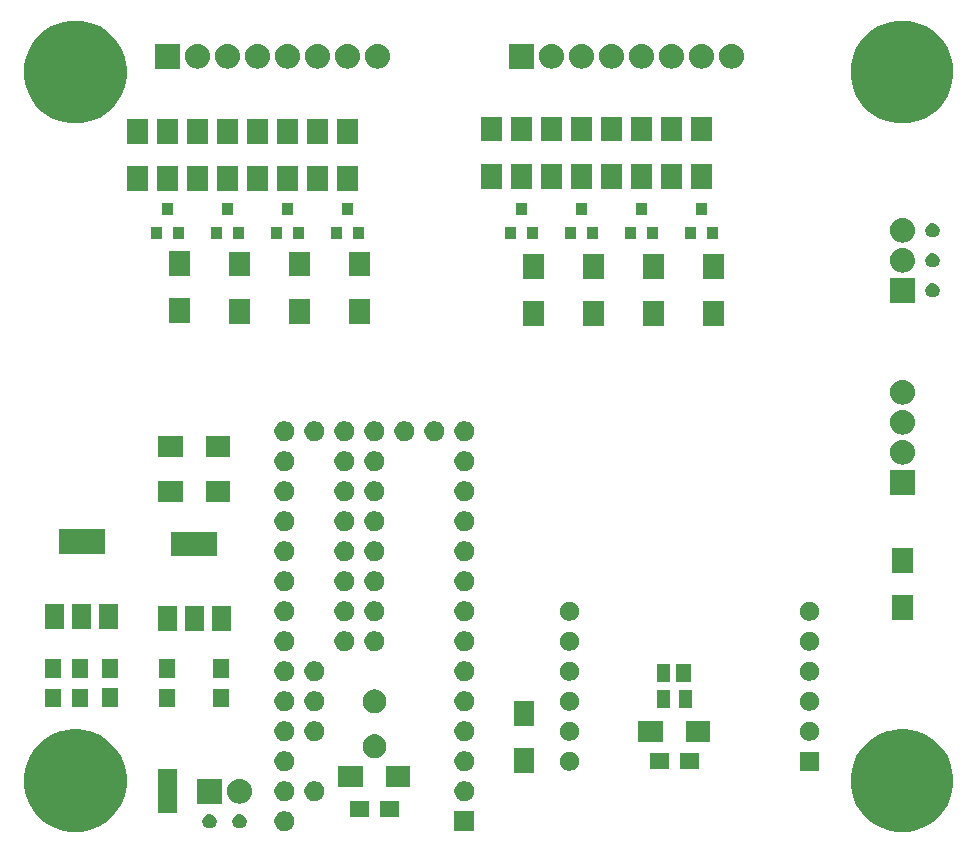
<source format=gts>
G04 #@! TF.GenerationSoftware,KiCad,Pcbnew,(5.1.0)-1*
G04 #@! TF.CreationDate,2019-05-03T11:21:41+02:00*
G04 #@! TF.ProjectId,ArtNet_Node_WSLEDS,4172744e-6574-45f4-9e6f-64655f57534c,rev?*
G04 #@! TF.SameCoordinates,Original*
G04 #@! TF.FileFunction,Soldermask,Top*
G04 #@! TF.FilePolarity,Negative*
%FSLAX46Y46*%
G04 Gerber Fmt 4.6, Leading zero omitted, Abs format (unit mm)*
G04 Created by KiCad (PCBNEW (5.1.0)-1) date 2019-05-03 11:21:41*
%MOMM*%
%LPD*%
G04 APERTURE LIST*
%ADD10C,0.100000*%
G04 APERTURE END LIST*
D10*
G36*
X145548156Y-130672794D02*
G01*
X146269140Y-130816206D01*
X147060972Y-131144193D01*
X147773601Y-131620357D01*
X148379643Y-132226399D01*
X148855807Y-132939028D01*
X149183794Y-133730860D01*
X149351000Y-134571464D01*
X149351000Y-135428536D01*
X149183794Y-136269140D01*
X148855807Y-137060972D01*
X148379643Y-137773601D01*
X147773601Y-138379643D01*
X147060972Y-138855807D01*
X146269140Y-139183794D01*
X145548156Y-139327206D01*
X145428537Y-139351000D01*
X144571463Y-139351000D01*
X144451844Y-139327206D01*
X143730860Y-139183794D01*
X142939028Y-138855807D01*
X142226399Y-138379643D01*
X141620357Y-137773601D01*
X141144193Y-137060972D01*
X140816206Y-136269140D01*
X140649000Y-135428536D01*
X140649000Y-134571464D01*
X140816206Y-133730860D01*
X141144193Y-132939028D01*
X141620357Y-132226399D01*
X142226399Y-131620357D01*
X142939028Y-131144193D01*
X143730860Y-130816206D01*
X144451844Y-130672794D01*
X144571463Y-130649000D01*
X145428537Y-130649000D01*
X145548156Y-130672794D01*
X145548156Y-130672794D01*
G37*
G36*
X75548156Y-130672794D02*
G01*
X76269140Y-130816206D01*
X77060972Y-131144193D01*
X77773601Y-131620357D01*
X78379643Y-132226399D01*
X78855807Y-132939028D01*
X79183794Y-133730860D01*
X79351000Y-134571464D01*
X79351000Y-135428536D01*
X79183794Y-136269140D01*
X78855807Y-137060972D01*
X78379643Y-137773601D01*
X77773601Y-138379643D01*
X77060972Y-138855807D01*
X76269140Y-139183794D01*
X75548156Y-139327206D01*
X75428537Y-139351000D01*
X74571463Y-139351000D01*
X74451844Y-139327206D01*
X73730860Y-139183794D01*
X72939028Y-138855807D01*
X72226399Y-138379643D01*
X71620357Y-137773601D01*
X71144193Y-137060972D01*
X70816206Y-136269140D01*
X70649000Y-135428536D01*
X70649000Y-134571464D01*
X70816206Y-133730860D01*
X71144193Y-132939028D01*
X71620357Y-132226399D01*
X72226399Y-131620357D01*
X72939028Y-131144193D01*
X73730860Y-130816206D01*
X74451844Y-130672794D01*
X74571463Y-130649000D01*
X75428537Y-130649000D01*
X75548156Y-130672794D01*
X75548156Y-130672794D01*
G37*
G36*
X108801000Y-139281000D02*
G01*
X107099000Y-139281000D01*
X107099000Y-137579000D01*
X108801000Y-137579000D01*
X108801000Y-139281000D01*
X108801000Y-139281000D01*
G37*
G36*
X92958228Y-137611703D02*
G01*
X93113100Y-137675853D01*
X93252481Y-137768985D01*
X93371015Y-137887519D01*
X93464147Y-138026900D01*
X93528297Y-138181772D01*
X93561000Y-138346184D01*
X93561000Y-138513816D01*
X93528297Y-138678228D01*
X93464147Y-138833100D01*
X93371015Y-138972481D01*
X93252481Y-139091015D01*
X93113100Y-139184147D01*
X92958228Y-139248297D01*
X92793816Y-139281000D01*
X92626184Y-139281000D01*
X92461772Y-139248297D01*
X92306900Y-139184147D01*
X92167519Y-139091015D01*
X92048985Y-138972481D01*
X91955853Y-138833100D01*
X91891703Y-138678228D01*
X91859000Y-138513816D01*
X91859000Y-138346184D01*
X91891703Y-138181772D01*
X91955853Y-138026900D01*
X92048985Y-137887519D01*
X92167519Y-137768985D01*
X92306900Y-137675853D01*
X92461772Y-137611703D01*
X92626184Y-137579000D01*
X92793816Y-137579000D01*
X92958228Y-137611703D01*
X92958228Y-137611703D01*
G37*
G36*
X89036601Y-137844397D02*
G01*
X89075305Y-137852096D01*
X89107340Y-137865365D01*
X89184680Y-137897400D01*
X89283115Y-137963173D01*
X89366827Y-138046885D01*
X89432600Y-138145320D01*
X89477904Y-138254696D01*
X89501000Y-138370805D01*
X89501000Y-138489195D01*
X89477904Y-138605304D01*
X89432600Y-138714680D01*
X89366827Y-138813115D01*
X89283115Y-138896827D01*
X89184680Y-138962600D01*
X89107340Y-138994635D01*
X89075305Y-139007904D01*
X89036601Y-139015603D01*
X88959195Y-139031000D01*
X88840805Y-139031000D01*
X88763399Y-139015603D01*
X88724695Y-139007904D01*
X88692660Y-138994635D01*
X88615320Y-138962600D01*
X88516885Y-138896827D01*
X88433173Y-138813115D01*
X88367400Y-138714680D01*
X88322096Y-138605304D01*
X88299000Y-138489195D01*
X88299000Y-138370805D01*
X88322096Y-138254696D01*
X88367400Y-138145320D01*
X88433173Y-138046885D01*
X88516885Y-137963173D01*
X88615320Y-137897400D01*
X88692660Y-137865365D01*
X88724695Y-137852096D01*
X88763399Y-137844397D01*
X88840805Y-137829000D01*
X88959195Y-137829000D01*
X89036601Y-137844397D01*
X89036601Y-137844397D01*
G37*
G36*
X86496601Y-137844397D02*
G01*
X86535305Y-137852096D01*
X86567340Y-137865365D01*
X86644680Y-137897400D01*
X86743115Y-137963173D01*
X86826827Y-138046885D01*
X86892600Y-138145320D01*
X86937904Y-138254696D01*
X86961000Y-138370805D01*
X86961000Y-138489195D01*
X86937904Y-138605304D01*
X86892600Y-138714680D01*
X86826827Y-138813115D01*
X86743115Y-138896827D01*
X86644680Y-138962600D01*
X86567340Y-138994635D01*
X86535305Y-139007904D01*
X86496601Y-139015603D01*
X86419195Y-139031000D01*
X86300805Y-139031000D01*
X86223399Y-139015603D01*
X86184695Y-139007904D01*
X86152660Y-138994635D01*
X86075320Y-138962600D01*
X85976885Y-138896827D01*
X85893173Y-138813115D01*
X85827400Y-138714680D01*
X85782096Y-138605304D01*
X85759000Y-138489195D01*
X85759000Y-138370805D01*
X85782096Y-138254696D01*
X85827400Y-138145320D01*
X85893173Y-138046885D01*
X85976885Y-137963173D01*
X86075320Y-137897400D01*
X86152660Y-137865365D01*
X86184695Y-137852096D01*
X86223399Y-137844397D01*
X86300805Y-137829000D01*
X86419195Y-137829000D01*
X86496601Y-137844397D01*
X86496601Y-137844397D01*
G37*
G36*
X99881000Y-138090000D02*
G01*
X98279000Y-138090000D01*
X98279000Y-136738000D01*
X99881000Y-136738000D01*
X99881000Y-138090000D01*
X99881000Y-138090000D01*
G37*
G36*
X102381000Y-138090000D02*
G01*
X100779000Y-138090000D01*
X100779000Y-136738000D01*
X102381000Y-136738000D01*
X102381000Y-138090000D01*
X102381000Y-138090000D01*
G37*
G36*
X83605000Y-137741000D02*
G01*
X82003000Y-137741000D01*
X82003000Y-134039000D01*
X83605000Y-134039000D01*
X83605000Y-137741000D01*
X83605000Y-137741000D01*
G37*
G36*
X87410490Y-136940490D02*
G01*
X85309510Y-136940490D01*
X85309510Y-134839510D01*
X87410490Y-134839510D01*
X87410490Y-136940490D01*
X87410490Y-136940490D01*
G37*
G36*
X89105928Y-134854710D02*
G01*
X89105931Y-134854711D01*
X89105932Y-134854711D01*
X89303950Y-134914779D01*
X89303953Y-134914781D01*
X89303954Y-134914781D01*
X89486443Y-135012323D01*
X89646403Y-135143597D01*
X89777677Y-135303557D01*
X89844479Y-135428536D01*
X89875221Y-135486050D01*
X89935289Y-135684068D01*
X89935290Y-135684072D01*
X89955572Y-135890000D01*
X89935290Y-136095928D01*
X89935289Y-136095931D01*
X89935289Y-136095932D01*
X89875221Y-136293950D01*
X89875219Y-136293953D01*
X89875219Y-136293954D01*
X89777677Y-136476443D01*
X89646403Y-136636403D01*
X89486443Y-136767677D01*
X89303954Y-136865219D01*
X89303950Y-136865221D01*
X89105932Y-136925289D01*
X89105931Y-136925289D01*
X89105928Y-136925290D01*
X88951601Y-136940490D01*
X88848399Y-136940490D01*
X88694072Y-136925290D01*
X88694069Y-136925289D01*
X88694068Y-136925289D01*
X88496050Y-136865221D01*
X88496046Y-136865219D01*
X88313557Y-136767677D01*
X88153597Y-136636403D01*
X88022323Y-136476443D01*
X87924781Y-136293954D01*
X87924781Y-136293953D01*
X87924779Y-136293950D01*
X87864711Y-136095932D01*
X87864711Y-136095931D01*
X87864710Y-136095928D01*
X87844428Y-135890000D01*
X87864710Y-135684072D01*
X87864711Y-135684068D01*
X87924779Y-135486050D01*
X87955521Y-135428536D01*
X88022323Y-135303557D01*
X88153597Y-135143597D01*
X88313557Y-135012323D01*
X88496046Y-134914781D01*
X88496047Y-134914781D01*
X88496050Y-134914779D01*
X88694068Y-134854711D01*
X88694069Y-134854711D01*
X88694072Y-134854710D01*
X88848399Y-134839510D01*
X88951601Y-134839510D01*
X89105928Y-134854710D01*
X89105928Y-134854710D01*
G37*
G36*
X95498228Y-135071703D02*
G01*
X95653100Y-135135853D01*
X95792481Y-135228985D01*
X95911015Y-135347519D01*
X96004147Y-135486900D01*
X96068297Y-135641772D01*
X96101000Y-135806184D01*
X96101000Y-135973816D01*
X96068297Y-136138228D01*
X96004147Y-136293100D01*
X95911015Y-136432481D01*
X95792481Y-136551015D01*
X95653100Y-136644147D01*
X95498228Y-136708297D01*
X95333816Y-136741000D01*
X95166184Y-136741000D01*
X95001772Y-136708297D01*
X94846900Y-136644147D01*
X94707519Y-136551015D01*
X94588985Y-136432481D01*
X94495853Y-136293100D01*
X94431703Y-136138228D01*
X94399000Y-135973816D01*
X94399000Y-135806184D01*
X94431703Y-135641772D01*
X94495853Y-135486900D01*
X94588985Y-135347519D01*
X94707519Y-135228985D01*
X94846900Y-135135853D01*
X95001772Y-135071703D01*
X95166184Y-135039000D01*
X95333816Y-135039000D01*
X95498228Y-135071703D01*
X95498228Y-135071703D01*
G37*
G36*
X108198228Y-135071703D02*
G01*
X108353100Y-135135853D01*
X108492481Y-135228985D01*
X108611015Y-135347519D01*
X108704147Y-135486900D01*
X108768297Y-135641772D01*
X108801000Y-135806184D01*
X108801000Y-135973816D01*
X108768297Y-136138228D01*
X108704147Y-136293100D01*
X108611015Y-136432481D01*
X108492481Y-136551015D01*
X108353100Y-136644147D01*
X108198228Y-136708297D01*
X108033816Y-136741000D01*
X107866184Y-136741000D01*
X107701772Y-136708297D01*
X107546900Y-136644147D01*
X107407519Y-136551015D01*
X107288985Y-136432481D01*
X107195853Y-136293100D01*
X107131703Y-136138228D01*
X107099000Y-135973816D01*
X107099000Y-135806184D01*
X107131703Y-135641772D01*
X107195853Y-135486900D01*
X107288985Y-135347519D01*
X107407519Y-135228985D01*
X107546900Y-135135853D01*
X107701772Y-135071703D01*
X107866184Y-135039000D01*
X108033816Y-135039000D01*
X108198228Y-135071703D01*
X108198228Y-135071703D01*
G37*
G36*
X92958228Y-135071703D02*
G01*
X93113100Y-135135853D01*
X93252481Y-135228985D01*
X93371015Y-135347519D01*
X93464147Y-135486900D01*
X93528297Y-135641772D01*
X93561000Y-135806184D01*
X93561000Y-135973816D01*
X93528297Y-136138228D01*
X93464147Y-136293100D01*
X93371015Y-136432481D01*
X93252481Y-136551015D01*
X93113100Y-136644147D01*
X92958228Y-136708297D01*
X92793816Y-136741000D01*
X92626184Y-136741000D01*
X92461772Y-136708297D01*
X92306900Y-136644147D01*
X92167519Y-136551015D01*
X92048985Y-136432481D01*
X91955853Y-136293100D01*
X91891703Y-136138228D01*
X91859000Y-135973816D01*
X91859000Y-135806184D01*
X91891703Y-135641772D01*
X91955853Y-135486900D01*
X92048985Y-135347519D01*
X92167519Y-135228985D01*
X92306900Y-135135853D01*
X92461772Y-135071703D01*
X92626184Y-135039000D01*
X92793816Y-135039000D01*
X92958228Y-135071703D01*
X92958228Y-135071703D01*
G37*
G36*
X99381000Y-135521000D02*
G01*
X97279000Y-135521000D01*
X97279000Y-133719000D01*
X99381000Y-133719000D01*
X99381000Y-135521000D01*
X99381000Y-135521000D01*
G37*
G36*
X103381000Y-135521000D02*
G01*
X101279000Y-135521000D01*
X101279000Y-133719000D01*
X103381000Y-133719000D01*
X103381000Y-135521000D01*
X103381000Y-135521000D01*
G37*
G36*
X113881000Y-134369000D02*
G01*
X112179000Y-134369000D01*
X112179000Y-132267000D01*
X113881000Y-132267000D01*
X113881000Y-134369000D01*
X113881000Y-134369000D01*
G37*
G36*
X92958228Y-132531703D02*
G01*
X93113100Y-132595853D01*
X93252481Y-132688985D01*
X93371015Y-132807519D01*
X93464147Y-132946900D01*
X93528297Y-133101772D01*
X93561000Y-133266184D01*
X93561000Y-133433816D01*
X93528297Y-133598228D01*
X93464147Y-133753100D01*
X93371015Y-133892481D01*
X93252481Y-134011015D01*
X93113100Y-134104147D01*
X92958228Y-134168297D01*
X92793816Y-134201000D01*
X92626184Y-134201000D01*
X92461772Y-134168297D01*
X92306900Y-134104147D01*
X92167519Y-134011015D01*
X92048985Y-133892481D01*
X91955853Y-133753100D01*
X91891703Y-133598228D01*
X91859000Y-133433816D01*
X91859000Y-133266184D01*
X91891703Y-133101772D01*
X91955853Y-132946900D01*
X92048985Y-132807519D01*
X92167519Y-132688985D01*
X92306900Y-132595853D01*
X92461772Y-132531703D01*
X92626184Y-132499000D01*
X92793816Y-132499000D01*
X92958228Y-132531703D01*
X92958228Y-132531703D01*
G37*
G36*
X108198228Y-132531703D02*
G01*
X108353100Y-132595853D01*
X108492481Y-132688985D01*
X108611015Y-132807519D01*
X108704147Y-132946900D01*
X108768297Y-133101772D01*
X108801000Y-133266184D01*
X108801000Y-133433816D01*
X108768297Y-133598228D01*
X108704147Y-133753100D01*
X108611015Y-133892481D01*
X108492481Y-134011015D01*
X108353100Y-134104147D01*
X108198228Y-134168297D01*
X108033816Y-134201000D01*
X107866184Y-134201000D01*
X107701772Y-134168297D01*
X107546900Y-134104147D01*
X107407519Y-134011015D01*
X107288985Y-133892481D01*
X107195853Y-133753100D01*
X107131703Y-133598228D01*
X107099000Y-133433816D01*
X107099000Y-133266184D01*
X107131703Y-133101772D01*
X107195853Y-132946900D01*
X107288985Y-132807519D01*
X107407519Y-132688985D01*
X107546900Y-132595853D01*
X107701772Y-132531703D01*
X107866184Y-132499000D01*
X108033816Y-132499000D01*
X108198228Y-132531703D01*
X108198228Y-132531703D01*
G37*
G36*
X117077142Y-132568242D02*
G01*
X117225101Y-132629529D01*
X117358255Y-132718499D01*
X117471501Y-132831745D01*
X117560471Y-132964899D01*
X117621758Y-133112858D01*
X117653000Y-133269925D01*
X117653000Y-133430075D01*
X117621758Y-133587142D01*
X117560471Y-133735101D01*
X117471501Y-133868255D01*
X117358255Y-133981501D01*
X117225101Y-134070471D01*
X117077142Y-134131758D01*
X116920075Y-134163000D01*
X116759925Y-134163000D01*
X116602858Y-134131758D01*
X116454899Y-134070471D01*
X116321745Y-133981501D01*
X116208499Y-133868255D01*
X116119529Y-133735101D01*
X116058242Y-133587142D01*
X116027000Y-133430075D01*
X116027000Y-133269925D01*
X116058242Y-133112858D01*
X116119529Y-132964899D01*
X116208499Y-132831745D01*
X116321745Y-132718499D01*
X116454899Y-132629529D01*
X116602858Y-132568242D01*
X116759925Y-132537000D01*
X116920075Y-132537000D01*
X117077142Y-132568242D01*
X117077142Y-132568242D01*
G37*
G36*
X137973000Y-134163000D02*
G01*
X136347000Y-134163000D01*
X136347000Y-132537000D01*
X137973000Y-132537000D01*
X137973000Y-134163000D01*
X137973000Y-134163000D01*
G37*
G36*
X127781000Y-134026000D02*
G01*
X126179000Y-134026000D01*
X126179000Y-132674000D01*
X127781000Y-132674000D01*
X127781000Y-134026000D01*
X127781000Y-134026000D01*
G37*
G36*
X125281000Y-134026000D02*
G01*
X123679000Y-134026000D01*
X123679000Y-132674000D01*
X125281000Y-132674000D01*
X125281000Y-134026000D01*
X125281000Y-134026000D01*
G37*
G36*
X100621981Y-131117468D02*
G01*
X100804151Y-131192926D01*
X100968100Y-131302473D01*
X101107527Y-131441900D01*
X101217074Y-131605849D01*
X101217075Y-131605851D01*
X101223084Y-131620358D01*
X101292532Y-131788019D01*
X101331000Y-131981410D01*
X101331000Y-132178590D01*
X101292532Y-132371981D01*
X101217074Y-132554151D01*
X101107527Y-132718100D01*
X100968100Y-132857527D01*
X100804151Y-132967074D01*
X100621981Y-133042532D01*
X100525285Y-133061766D01*
X100428591Y-133081000D01*
X100231409Y-133081000D01*
X100134715Y-133061766D01*
X100038019Y-133042532D01*
X99855849Y-132967074D01*
X99691900Y-132857527D01*
X99552473Y-132718100D01*
X99442926Y-132554151D01*
X99367468Y-132371981D01*
X99329000Y-132178590D01*
X99329000Y-131981410D01*
X99367468Y-131788019D01*
X99436916Y-131620358D01*
X99442925Y-131605851D01*
X99442926Y-131605849D01*
X99552473Y-131441900D01*
X99691900Y-131302473D01*
X99855849Y-131192926D01*
X100038019Y-131117468D01*
X100231409Y-131079000D01*
X100428591Y-131079000D01*
X100621981Y-131117468D01*
X100621981Y-131117468D01*
G37*
G36*
X128781000Y-131711000D02*
G01*
X126679000Y-131711000D01*
X126679000Y-129909000D01*
X128781000Y-129909000D01*
X128781000Y-131711000D01*
X128781000Y-131711000D01*
G37*
G36*
X124781000Y-131711000D02*
G01*
X122679000Y-131711000D01*
X122679000Y-129909000D01*
X124781000Y-129909000D01*
X124781000Y-131711000D01*
X124781000Y-131711000D01*
G37*
G36*
X95498228Y-129991703D02*
G01*
X95653100Y-130055853D01*
X95792481Y-130148985D01*
X95911015Y-130267519D01*
X96004147Y-130406900D01*
X96068297Y-130561772D01*
X96101000Y-130726184D01*
X96101000Y-130893816D01*
X96068297Y-131058228D01*
X96004147Y-131213100D01*
X95911015Y-131352481D01*
X95792481Y-131471015D01*
X95653100Y-131564147D01*
X95498228Y-131628297D01*
X95333816Y-131661000D01*
X95166184Y-131661000D01*
X95001772Y-131628297D01*
X94846900Y-131564147D01*
X94707519Y-131471015D01*
X94588985Y-131352481D01*
X94495853Y-131213100D01*
X94431703Y-131058228D01*
X94399000Y-130893816D01*
X94399000Y-130726184D01*
X94431703Y-130561772D01*
X94495853Y-130406900D01*
X94588985Y-130267519D01*
X94707519Y-130148985D01*
X94846900Y-130055853D01*
X95001772Y-129991703D01*
X95166184Y-129959000D01*
X95333816Y-129959000D01*
X95498228Y-129991703D01*
X95498228Y-129991703D01*
G37*
G36*
X92958228Y-129991703D02*
G01*
X93113100Y-130055853D01*
X93252481Y-130148985D01*
X93371015Y-130267519D01*
X93464147Y-130406900D01*
X93528297Y-130561772D01*
X93561000Y-130726184D01*
X93561000Y-130893816D01*
X93528297Y-131058228D01*
X93464147Y-131213100D01*
X93371015Y-131352481D01*
X93252481Y-131471015D01*
X93113100Y-131564147D01*
X92958228Y-131628297D01*
X92793816Y-131661000D01*
X92626184Y-131661000D01*
X92461772Y-131628297D01*
X92306900Y-131564147D01*
X92167519Y-131471015D01*
X92048985Y-131352481D01*
X91955853Y-131213100D01*
X91891703Y-131058228D01*
X91859000Y-130893816D01*
X91859000Y-130726184D01*
X91891703Y-130561772D01*
X91955853Y-130406900D01*
X92048985Y-130267519D01*
X92167519Y-130148985D01*
X92306900Y-130055853D01*
X92461772Y-129991703D01*
X92626184Y-129959000D01*
X92793816Y-129959000D01*
X92958228Y-129991703D01*
X92958228Y-129991703D01*
G37*
G36*
X108198228Y-129991703D02*
G01*
X108353100Y-130055853D01*
X108492481Y-130148985D01*
X108611015Y-130267519D01*
X108704147Y-130406900D01*
X108768297Y-130561772D01*
X108801000Y-130726184D01*
X108801000Y-130893816D01*
X108768297Y-131058228D01*
X108704147Y-131213100D01*
X108611015Y-131352481D01*
X108492481Y-131471015D01*
X108353100Y-131564147D01*
X108198228Y-131628297D01*
X108033816Y-131661000D01*
X107866184Y-131661000D01*
X107701772Y-131628297D01*
X107546900Y-131564147D01*
X107407519Y-131471015D01*
X107288985Y-131352481D01*
X107195853Y-131213100D01*
X107131703Y-131058228D01*
X107099000Y-130893816D01*
X107099000Y-130726184D01*
X107131703Y-130561772D01*
X107195853Y-130406900D01*
X107288985Y-130267519D01*
X107407519Y-130148985D01*
X107546900Y-130055853D01*
X107701772Y-129991703D01*
X107866184Y-129959000D01*
X108033816Y-129959000D01*
X108198228Y-129991703D01*
X108198228Y-129991703D01*
G37*
G36*
X137397142Y-130028242D02*
G01*
X137545101Y-130089529D01*
X137678255Y-130178499D01*
X137791501Y-130291745D01*
X137880471Y-130424899D01*
X137941758Y-130572858D01*
X137973000Y-130729925D01*
X137973000Y-130890075D01*
X137941758Y-131047142D01*
X137880471Y-131195101D01*
X137791501Y-131328255D01*
X137678255Y-131441501D01*
X137545101Y-131530471D01*
X137397142Y-131591758D01*
X137240075Y-131623000D01*
X137079925Y-131623000D01*
X136922858Y-131591758D01*
X136774899Y-131530471D01*
X136641745Y-131441501D01*
X136528499Y-131328255D01*
X136439529Y-131195101D01*
X136378242Y-131047142D01*
X136347000Y-130890075D01*
X136347000Y-130729925D01*
X136378242Y-130572858D01*
X136439529Y-130424899D01*
X136528499Y-130291745D01*
X136641745Y-130178499D01*
X136774899Y-130089529D01*
X136922858Y-130028242D01*
X137079925Y-129997000D01*
X137240075Y-129997000D01*
X137397142Y-130028242D01*
X137397142Y-130028242D01*
G37*
G36*
X117077142Y-130028242D02*
G01*
X117225101Y-130089529D01*
X117358255Y-130178499D01*
X117471501Y-130291745D01*
X117560471Y-130424899D01*
X117621758Y-130572858D01*
X117653000Y-130729925D01*
X117653000Y-130890075D01*
X117621758Y-131047142D01*
X117560471Y-131195101D01*
X117471501Y-131328255D01*
X117358255Y-131441501D01*
X117225101Y-131530471D01*
X117077142Y-131591758D01*
X116920075Y-131623000D01*
X116759925Y-131623000D01*
X116602858Y-131591758D01*
X116454899Y-131530471D01*
X116321745Y-131441501D01*
X116208499Y-131328255D01*
X116119529Y-131195101D01*
X116058242Y-131047142D01*
X116027000Y-130890075D01*
X116027000Y-130729925D01*
X116058242Y-130572858D01*
X116119529Y-130424899D01*
X116208499Y-130291745D01*
X116321745Y-130178499D01*
X116454899Y-130089529D01*
X116602858Y-130028242D01*
X116759925Y-129997000D01*
X116920075Y-129997000D01*
X117077142Y-130028242D01*
X117077142Y-130028242D01*
G37*
G36*
X113881000Y-130369000D02*
G01*
X112179000Y-130369000D01*
X112179000Y-128267000D01*
X113881000Y-128267000D01*
X113881000Y-130369000D01*
X113881000Y-130369000D01*
G37*
G36*
X100525285Y-127288234D02*
G01*
X100621981Y-127307468D01*
X100804151Y-127382926D01*
X100968100Y-127492473D01*
X101107527Y-127631900D01*
X101217074Y-127795849D01*
X101292532Y-127978019D01*
X101331000Y-128171410D01*
X101331000Y-128368590D01*
X101292532Y-128561981D01*
X101217074Y-128744151D01*
X101107527Y-128908100D01*
X100968100Y-129047527D01*
X100804151Y-129157074D01*
X100621981Y-129232532D01*
X100428591Y-129271000D01*
X100231409Y-129271000D01*
X100038019Y-129232532D01*
X99855849Y-129157074D01*
X99691900Y-129047527D01*
X99552473Y-128908100D01*
X99442926Y-128744151D01*
X99367468Y-128561981D01*
X99329000Y-128368590D01*
X99329000Y-128171410D01*
X99367468Y-127978019D01*
X99442926Y-127795849D01*
X99552473Y-127631900D01*
X99691900Y-127492473D01*
X99855849Y-127382926D01*
X100038019Y-127307468D01*
X100134715Y-127288234D01*
X100231409Y-127269000D01*
X100428591Y-127269000D01*
X100525285Y-127288234D01*
X100525285Y-127288234D01*
G37*
G36*
X108198228Y-127451703D02*
G01*
X108353100Y-127515853D01*
X108492481Y-127608985D01*
X108611015Y-127727519D01*
X108704147Y-127866900D01*
X108768297Y-128021772D01*
X108801000Y-128186184D01*
X108801000Y-128353816D01*
X108768297Y-128518228D01*
X108704147Y-128673100D01*
X108611015Y-128812481D01*
X108492481Y-128931015D01*
X108353100Y-129024147D01*
X108198228Y-129088297D01*
X108033816Y-129121000D01*
X107866184Y-129121000D01*
X107701772Y-129088297D01*
X107546900Y-129024147D01*
X107407519Y-128931015D01*
X107288985Y-128812481D01*
X107195853Y-128673100D01*
X107131703Y-128518228D01*
X107099000Y-128353816D01*
X107099000Y-128186184D01*
X107131703Y-128021772D01*
X107195853Y-127866900D01*
X107288985Y-127727519D01*
X107407519Y-127608985D01*
X107546900Y-127515853D01*
X107701772Y-127451703D01*
X107866184Y-127419000D01*
X108033816Y-127419000D01*
X108198228Y-127451703D01*
X108198228Y-127451703D01*
G37*
G36*
X95498228Y-127451703D02*
G01*
X95653100Y-127515853D01*
X95792481Y-127608985D01*
X95911015Y-127727519D01*
X96004147Y-127866900D01*
X96068297Y-128021772D01*
X96101000Y-128186184D01*
X96101000Y-128353816D01*
X96068297Y-128518228D01*
X96004147Y-128673100D01*
X95911015Y-128812481D01*
X95792481Y-128931015D01*
X95653100Y-129024147D01*
X95498228Y-129088297D01*
X95333816Y-129121000D01*
X95166184Y-129121000D01*
X95001772Y-129088297D01*
X94846900Y-129024147D01*
X94707519Y-128931015D01*
X94588985Y-128812481D01*
X94495853Y-128673100D01*
X94431703Y-128518228D01*
X94399000Y-128353816D01*
X94399000Y-128186184D01*
X94431703Y-128021772D01*
X94495853Y-127866900D01*
X94588985Y-127727519D01*
X94707519Y-127608985D01*
X94846900Y-127515853D01*
X95001772Y-127451703D01*
X95166184Y-127419000D01*
X95333816Y-127419000D01*
X95498228Y-127451703D01*
X95498228Y-127451703D01*
G37*
G36*
X92958228Y-127451703D02*
G01*
X93113100Y-127515853D01*
X93252481Y-127608985D01*
X93371015Y-127727519D01*
X93464147Y-127866900D01*
X93528297Y-128021772D01*
X93561000Y-128186184D01*
X93561000Y-128353816D01*
X93528297Y-128518228D01*
X93464147Y-128673100D01*
X93371015Y-128812481D01*
X93252481Y-128931015D01*
X93113100Y-129024147D01*
X92958228Y-129088297D01*
X92793816Y-129121000D01*
X92626184Y-129121000D01*
X92461772Y-129088297D01*
X92306900Y-129024147D01*
X92167519Y-128931015D01*
X92048985Y-128812481D01*
X91955853Y-128673100D01*
X91891703Y-128518228D01*
X91859000Y-128353816D01*
X91859000Y-128186184D01*
X91891703Y-128021772D01*
X91955853Y-127866900D01*
X92048985Y-127727519D01*
X92167519Y-127608985D01*
X92306900Y-127515853D01*
X92461772Y-127451703D01*
X92626184Y-127419000D01*
X92793816Y-127419000D01*
X92958228Y-127451703D01*
X92958228Y-127451703D01*
G37*
G36*
X117077142Y-127488242D02*
G01*
X117225101Y-127549529D01*
X117358255Y-127638499D01*
X117471501Y-127751745D01*
X117560471Y-127884899D01*
X117621758Y-128032858D01*
X117653000Y-128189925D01*
X117653000Y-128350075D01*
X117621758Y-128507142D01*
X117560471Y-128655101D01*
X117471501Y-128788255D01*
X117358255Y-128901501D01*
X117225101Y-128990471D01*
X117077142Y-129051758D01*
X116920075Y-129083000D01*
X116759925Y-129083000D01*
X116602858Y-129051758D01*
X116454899Y-128990471D01*
X116321745Y-128901501D01*
X116208499Y-128788255D01*
X116119529Y-128655101D01*
X116058242Y-128507142D01*
X116027000Y-128350075D01*
X116027000Y-128189925D01*
X116058242Y-128032858D01*
X116119529Y-127884899D01*
X116208499Y-127751745D01*
X116321745Y-127638499D01*
X116454899Y-127549529D01*
X116602858Y-127488242D01*
X116759925Y-127457000D01*
X116920075Y-127457000D01*
X117077142Y-127488242D01*
X117077142Y-127488242D01*
G37*
G36*
X137397142Y-127488242D02*
G01*
X137545101Y-127549529D01*
X137678255Y-127638499D01*
X137791501Y-127751745D01*
X137880471Y-127884899D01*
X137941758Y-128032858D01*
X137973000Y-128189925D01*
X137973000Y-128350075D01*
X137941758Y-128507142D01*
X137880471Y-128655101D01*
X137791501Y-128788255D01*
X137678255Y-128901501D01*
X137545101Y-128990471D01*
X137397142Y-129051758D01*
X137240075Y-129083000D01*
X137079925Y-129083000D01*
X136922858Y-129051758D01*
X136774899Y-128990471D01*
X136641745Y-128901501D01*
X136528499Y-128788255D01*
X136439529Y-128655101D01*
X136378242Y-128507142D01*
X136347000Y-128350075D01*
X136347000Y-128189925D01*
X136378242Y-128032858D01*
X136439529Y-127884899D01*
X136528499Y-127751745D01*
X136641745Y-127638499D01*
X136774899Y-127549529D01*
X136922858Y-127488242D01*
X137079925Y-127457000D01*
X137240075Y-127457000D01*
X137397142Y-127488242D01*
X137397142Y-127488242D01*
G37*
G36*
X125331000Y-128851000D02*
G01*
X124229000Y-128851000D01*
X124229000Y-127349000D01*
X125331000Y-127349000D01*
X125331000Y-128851000D01*
X125331000Y-128851000D01*
G37*
G36*
X127231000Y-128851000D02*
G01*
X126129000Y-128851000D01*
X126129000Y-127349000D01*
X127231000Y-127349000D01*
X127231000Y-128851000D01*
X127231000Y-128851000D01*
G37*
G36*
X88052000Y-128797000D02*
G01*
X86700000Y-128797000D01*
X86700000Y-127195000D01*
X88052000Y-127195000D01*
X88052000Y-128797000D01*
X88052000Y-128797000D01*
G37*
G36*
X73828000Y-128797000D02*
G01*
X72476000Y-128797000D01*
X72476000Y-127195000D01*
X73828000Y-127195000D01*
X73828000Y-128797000D01*
X73828000Y-128797000D01*
G37*
G36*
X76114000Y-128797000D02*
G01*
X74762000Y-128797000D01*
X74762000Y-127195000D01*
X76114000Y-127195000D01*
X76114000Y-128797000D01*
X76114000Y-128797000D01*
G37*
G36*
X83480000Y-128797000D02*
G01*
X82128000Y-128797000D01*
X82128000Y-127195000D01*
X83480000Y-127195000D01*
X83480000Y-128797000D01*
X83480000Y-128797000D01*
G37*
G36*
X78654000Y-128777000D02*
G01*
X77302000Y-128777000D01*
X77302000Y-127175000D01*
X78654000Y-127175000D01*
X78654000Y-128777000D01*
X78654000Y-128777000D01*
G37*
G36*
X125331000Y-126651000D02*
G01*
X124229000Y-126651000D01*
X124229000Y-125149000D01*
X125331000Y-125149000D01*
X125331000Y-126651000D01*
X125331000Y-126651000D01*
G37*
G36*
X127151000Y-126651000D02*
G01*
X125849000Y-126651000D01*
X125849000Y-125149000D01*
X127151000Y-125149000D01*
X127151000Y-126651000D01*
X127151000Y-126651000D01*
G37*
G36*
X92958228Y-124911703D02*
G01*
X93113100Y-124975853D01*
X93252481Y-125068985D01*
X93371015Y-125187519D01*
X93464147Y-125326900D01*
X93528297Y-125481772D01*
X93561000Y-125646184D01*
X93561000Y-125813816D01*
X93528297Y-125978228D01*
X93464147Y-126133100D01*
X93371015Y-126272481D01*
X93252481Y-126391015D01*
X93113100Y-126484147D01*
X92958228Y-126548297D01*
X92793816Y-126581000D01*
X92626184Y-126581000D01*
X92461772Y-126548297D01*
X92306900Y-126484147D01*
X92167519Y-126391015D01*
X92048985Y-126272481D01*
X91955853Y-126133100D01*
X91891703Y-125978228D01*
X91859000Y-125813816D01*
X91859000Y-125646184D01*
X91891703Y-125481772D01*
X91955853Y-125326900D01*
X92048985Y-125187519D01*
X92167519Y-125068985D01*
X92306900Y-124975853D01*
X92461772Y-124911703D01*
X92626184Y-124879000D01*
X92793816Y-124879000D01*
X92958228Y-124911703D01*
X92958228Y-124911703D01*
G37*
G36*
X95498228Y-124911703D02*
G01*
X95653100Y-124975853D01*
X95792481Y-125068985D01*
X95911015Y-125187519D01*
X96004147Y-125326900D01*
X96068297Y-125481772D01*
X96101000Y-125646184D01*
X96101000Y-125813816D01*
X96068297Y-125978228D01*
X96004147Y-126133100D01*
X95911015Y-126272481D01*
X95792481Y-126391015D01*
X95653100Y-126484147D01*
X95498228Y-126548297D01*
X95333816Y-126581000D01*
X95166184Y-126581000D01*
X95001772Y-126548297D01*
X94846900Y-126484147D01*
X94707519Y-126391015D01*
X94588985Y-126272481D01*
X94495853Y-126133100D01*
X94431703Y-125978228D01*
X94399000Y-125813816D01*
X94399000Y-125646184D01*
X94431703Y-125481772D01*
X94495853Y-125326900D01*
X94588985Y-125187519D01*
X94707519Y-125068985D01*
X94846900Y-124975853D01*
X95001772Y-124911703D01*
X95166184Y-124879000D01*
X95333816Y-124879000D01*
X95498228Y-124911703D01*
X95498228Y-124911703D01*
G37*
G36*
X108198228Y-124911703D02*
G01*
X108353100Y-124975853D01*
X108492481Y-125068985D01*
X108611015Y-125187519D01*
X108704147Y-125326900D01*
X108768297Y-125481772D01*
X108801000Y-125646184D01*
X108801000Y-125813816D01*
X108768297Y-125978228D01*
X108704147Y-126133100D01*
X108611015Y-126272481D01*
X108492481Y-126391015D01*
X108353100Y-126484147D01*
X108198228Y-126548297D01*
X108033816Y-126581000D01*
X107866184Y-126581000D01*
X107701772Y-126548297D01*
X107546900Y-126484147D01*
X107407519Y-126391015D01*
X107288985Y-126272481D01*
X107195853Y-126133100D01*
X107131703Y-125978228D01*
X107099000Y-125813816D01*
X107099000Y-125646184D01*
X107131703Y-125481772D01*
X107195853Y-125326900D01*
X107288985Y-125187519D01*
X107407519Y-125068985D01*
X107546900Y-124975853D01*
X107701772Y-124911703D01*
X107866184Y-124879000D01*
X108033816Y-124879000D01*
X108198228Y-124911703D01*
X108198228Y-124911703D01*
G37*
G36*
X137397142Y-124948242D02*
G01*
X137545101Y-125009529D01*
X137678255Y-125098499D01*
X137791501Y-125211745D01*
X137880471Y-125344899D01*
X137941758Y-125492858D01*
X137973000Y-125649925D01*
X137973000Y-125810075D01*
X137941758Y-125967142D01*
X137880471Y-126115101D01*
X137791501Y-126248255D01*
X137678255Y-126361501D01*
X137545101Y-126450471D01*
X137397142Y-126511758D01*
X137240075Y-126543000D01*
X137079925Y-126543000D01*
X136922858Y-126511758D01*
X136774899Y-126450471D01*
X136641745Y-126361501D01*
X136528499Y-126248255D01*
X136439529Y-126115101D01*
X136378242Y-125967142D01*
X136347000Y-125810075D01*
X136347000Y-125649925D01*
X136378242Y-125492858D01*
X136439529Y-125344899D01*
X136528499Y-125211745D01*
X136641745Y-125098499D01*
X136774899Y-125009529D01*
X136922858Y-124948242D01*
X137079925Y-124917000D01*
X137240075Y-124917000D01*
X137397142Y-124948242D01*
X137397142Y-124948242D01*
G37*
G36*
X117077142Y-124948242D02*
G01*
X117225101Y-125009529D01*
X117358255Y-125098499D01*
X117471501Y-125211745D01*
X117560471Y-125344899D01*
X117621758Y-125492858D01*
X117653000Y-125649925D01*
X117653000Y-125810075D01*
X117621758Y-125967142D01*
X117560471Y-126115101D01*
X117471501Y-126248255D01*
X117358255Y-126361501D01*
X117225101Y-126450471D01*
X117077142Y-126511758D01*
X116920075Y-126543000D01*
X116759925Y-126543000D01*
X116602858Y-126511758D01*
X116454899Y-126450471D01*
X116321745Y-126361501D01*
X116208499Y-126248255D01*
X116119529Y-126115101D01*
X116058242Y-125967142D01*
X116027000Y-125810075D01*
X116027000Y-125649925D01*
X116058242Y-125492858D01*
X116119529Y-125344899D01*
X116208499Y-125211745D01*
X116321745Y-125098499D01*
X116454899Y-125009529D01*
X116602858Y-124948242D01*
X116759925Y-124917000D01*
X116920075Y-124917000D01*
X117077142Y-124948242D01*
X117077142Y-124948242D01*
G37*
G36*
X73828000Y-126297000D02*
G01*
X72476000Y-126297000D01*
X72476000Y-124695000D01*
X73828000Y-124695000D01*
X73828000Y-126297000D01*
X73828000Y-126297000D01*
G37*
G36*
X76114000Y-126297000D02*
G01*
X74762000Y-126297000D01*
X74762000Y-124695000D01*
X76114000Y-124695000D01*
X76114000Y-126297000D01*
X76114000Y-126297000D01*
G37*
G36*
X83480000Y-126297000D02*
G01*
X82128000Y-126297000D01*
X82128000Y-124695000D01*
X83480000Y-124695000D01*
X83480000Y-126297000D01*
X83480000Y-126297000D01*
G37*
G36*
X88052000Y-126297000D02*
G01*
X86700000Y-126297000D01*
X86700000Y-124695000D01*
X88052000Y-124695000D01*
X88052000Y-126297000D01*
X88052000Y-126297000D01*
G37*
G36*
X78654000Y-126277000D02*
G01*
X77302000Y-126277000D01*
X77302000Y-124675000D01*
X78654000Y-124675000D01*
X78654000Y-126277000D01*
X78654000Y-126277000D01*
G37*
G36*
X98038228Y-122371703D02*
G01*
X98193100Y-122435853D01*
X98332481Y-122528985D01*
X98451015Y-122647519D01*
X98544147Y-122786900D01*
X98608297Y-122941772D01*
X98641000Y-123106184D01*
X98641000Y-123273816D01*
X98608297Y-123438228D01*
X98544147Y-123593100D01*
X98451015Y-123732481D01*
X98332481Y-123851015D01*
X98193100Y-123944147D01*
X98038228Y-124008297D01*
X97873816Y-124041000D01*
X97706184Y-124041000D01*
X97541772Y-124008297D01*
X97386900Y-123944147D01*
X97247519Y-123851015D01*
X97128985Y-123732481D01*
X97035853Y-123593100D01*
X96971703Y-123438228D01*
X96939000Y-123273816D01*
X96939000Y-123106184D01*
X96971703Y-122941772D01*
X97035853Y-122786900D01*
X97128985Y-122647519D01*
X97247519Y-122528985D01*
X97386900Y-122435853D01*
X97541772Y-122371703D01*
X97706184Y-122339000D01*
X97873816Y-122339000D01*
X98038228Y-122371703D01*
X98038228Y-122371703D01*
G37*
G36*
X100578228Y-122371703D02*
G01*
X100733100Y-122435853D01*
X100872481Y-122528985D01*
X100991015Y-122647519D01*
X101084147Y-122786900D01*
X101148297Y-122941772D01*
X101181000Y-123106184D01*
X101181000Y-123273816D01*
X101148297Y-123438228D01*
X101084147Y-123593100D01*
X100991015Y-123732481D01*
X100872481Y-123851015D01*
X100733100Y-123944147D01*
X100578228Y-124008297D01*
X100413816Y-124041000D01*
X100246184Y-124041000D01*
X100081772Y-124008297D01*
X99926900Y-123944147D01*
X99787519Y-123851015D01*
X99668985Y-123732481D01*
X99575853Y-123593100D01*
X99511703Y-123438228D01*
X99479000Y-123273816D01*
X99479000Y-123106184D01*
X99511703Y-122941772D01*
X99575853Y-122786900D01*
X99668985Y-122647519D01*
X99787519Y-122528985D01*
X99926900Y-122435853D01*
X100081772Y-122371703D01*
X100246184Y-122339000D01*
X100413816Y-122339000D01*
X100578228Y-122371703D01*
X100578228Y-122371703D01*
G37*
G36*
X108198228Y-122371703D02*
G01*
X108353100Y-122435853D01*
X108492481Y-122528985D01*
X108611015Y-122647519D01*
X108704147Y-122786900D01*
X108768297Y-122941772D01*
X108801000Y-123106184D01*
X108801000Y-123273816D01*
X108768297Y-123438228D01*
X108704147Y-123593100D01*
X108611015Y-123732481D01*
X108492481Y-123851015D01*
X108353100Y-123944147D01*
X108198228Y-124008297D01*
X108033816Y-124041000D01*
X107866184Y-124041000D01*
X107701772Y-124008297D01*
X107546900Y-123944147D01*
X107407519Y-123851015D01*
X107288985Y-123732481D01*
X107195853Y-123593100D01*
X107131703Y-123438228D01*
X107099000Y-123273816D01*
X107099000Y-123106184D01*
X107131703Y-122941772D01*
X107195853Y-122786900D01*
X107288985Y-122647519D01*
X107407519Y-122528985D01*
X107546900Y-122435853D01*
X107701772Y-122371703D01*
X107866184Y-122339000D01*
X108033816Y-122339000D01*
X108198228Y-122371703D01*
X108198228Y-122371703D01*
G37*
G36*
X92958228Y-122371703D02*
G01*
X93113100Y-122435853D01*
X93252481Y-122528985D01*
X93371015Y-122647519D01*
X93464147Y-122786900D01*
X93528297Y-122941772D01*
X93561000Y-123106184D01*
X93561000Y-123273816D01*
X93528297Y-123438228D01*
X93464147Y-123593100D01*
X93371015Y-123732481D01*
X93252481Y-123851015D01*
X93113100Y-123944147D01*
X92958228Y-124008297D01*
X92793816Y-124041000D01*
X92626184Y-124041000D01*
X92461772Y-124008297D01*
X92306900Y-123944147D01*
X92167519Y-123851015D01*
X92048985Y-123732481D01*
X91955853Y-123593100D01*
X91891703Y-123438228D01*
X91859000Y-123273816D01*
X91859000Y-123106184D01*
X91891703Y-122941772D01*
X91955853Y-122786900D01*
X92048985Y-122647519D01*
X92167519Y-122528985D01*
X92306900Y-122435853D01*
X92461772Y-122371703D01*
X92626184Y-122339000D01*
X92793816Y-122339000D01*
X92958228Y-122371703D01*
X92958228Y-122371703D01*
G37*
G36*
X137397142Y-122408242D02*
G01*
X137545101Y-122469529D01*
X137678255Y-122558499D01*
X137791501Y-122671745D01*
X137880471Y-122804899D01*
X137941758Y-122952858D01*
X137973000Y-123109925D01*
X137973000Y-123270075D01*
X137941758Y-123427142D01*
X137880471Y-123575101D01*
X137791501Y-123708255D01*
X137678255Y-123821501D01*
X137545101Y-123910471D01*
X137397142Y-123971758D01*
X137240075Y-124003000D01*
X137079925Y-124003000D01*
X136922858Y-123971758D01*
X136774899Y-123910471D01*
X136641745Y-123821501D01*
X136528499Y-123708255D01*
X136439529Y-123575101D01*
X136378242Y-123427142D01*
X136347000Y-123270075D01*
X136347000Y-123109925D01*
X136378242Y-122952858D01*
X136439529Y-122804899D01*
X136528499Y-122671745D01*
X136641745Y-122558499D01*
X136774899Y-122469529D01*
X136922858Y-122408242D01*
X137079925Y-122377000D01*
X137240075Y-122377000D01*
X137397142Y-122408242D01*
X137397142Y-122408242D01*
G37*
G36*
X117077142Y-122408242D02*
G01*
X117225101Y-122469529D01*
X117358255Y-122558499D01*
X117471501Y-122671745D01*
X117560471Y-122804899D01*
X117621758Y-122952858D01*
X117653000Y-123109925D01*
X117653000Y-123270075D01*
X117621758Y-123427142D01*
X117560471Y-123575101D01*
X117471501Y-123708255D01*
X117358255Y-123821501D01*
X117225101Y-123910471D01*
X117077142Y-123971758D01*
X116920075Y-124003000D01*
X116759925Y-124003000D01*
X116602858Y-123971758D01*
X116454899Y-123910471D01*
X116321745Y-123821501D01*
X116208499Y-123708255D01*
X116119529Y-123575101D01*
X116058242Y-123427142D01*
X116027000Y-123270075D01*
X116027000Y-123109925D01*
X116058242Y-122952858D01*
X116119529Y-122804899D01*
X116208499Y-122671745D01*
X116321745Y-122558499D01*
X116454899Y-122469529D01*
X116602858Y-122408242D01*
X116759925Y-122377000D01*
X116920075Y-122377000D01*
X117077142Y-122408242D01*
X117077142Y-122408242D01*
G37*
G36*
X85891000Y-122311000D02*
G01*
X84289000Y-122311000D01*
X84289000Y-120209000D01*
X85891000Y-120209000D01*
X85891000Y-122311000D01*
X85891000Y-122311000D01*
G37*
G36*
X88191000Y-122311000D02*
G01*
X86589000Y-122311000D01*
X86589000Y-120209000D01*
X88191000Y-120209000D01*
X88191000Y-122311000D01*
X88191000Y-122311000D01*
G37*
G36*
X83591000Y-122311000D02*
G01*
X81989000Y-122311000D01*
X81989000Y-120209000D01*
X83591000Y-120209000D01*
X83591000Y-122311000D01*
X83591000Y-122311000D01*
G37*
G36*
X74046001Y-122126001D02*
G01*
X72444001Y-122126001D01*
X72444001Y-120024001D01*
X74046001Y-120024001D01*
X74046001Y-122126001D01*
X74046001Y-122126001D01*
G37*
G36*
X78646001Y-122126001D02*
G01*
X77044001Y-122126001D01*
X77044001Y-120024001D01*
X78646001Y-120024001D01*
X78646001Y-122126001D01*
X78646001Y-122126001D01*
G37*
G36*
X76346001Y-122126001D02*
G01*
X74744001Y-122126001D01*
X74744001Y-120024001D01*
X76346001Y-120024001D01*
X76346001Y-122126001D01*
X76346001Y-122126001D01*
G37*
G36*
X100578228Y-119831703D02*
G01*
X100733100Y-119895853D01*
X100872481Y-119988985D01*
X100991015Y-120107519D01*
X101084147Y-120246900D01*
X101148297Y-120401772D01*
X101181000Y-120566184D01*
X101181000Y-120733816D01*
X101148297Y-120898228D01*
X101084147Y-121053100D01*
X100991015Y-121192481D01*
X100872481Y-121311015D01*
X100733100Y-121404147D01*
X100578228Y-121468297D01*
X100413816Y-121501000D01*
X100246184Y-121501000D01*
X100081772Y-121468297D01*
X99926900Y-121404147D01*
X99787519Y-121311015D01*
X99668985Y-121192481D01*
X99575853Y-121053100D01*
X99511703Y-120898228D01*
X99479000Y-120733816D01*
X99479000Y-120566184D01*
X99511703Y-120401772D01*
X99575853Y-120246900D01*
X99668985Y-120107519D01*
X99787519Y-119988985D01*
X99926900Y-119895853D01*
X100081772Y-119831703D01*
X100246184Y-119799000D01*
X100413816Y-119799000D01*
X100578228Y-119831703D01*
X100578228Y-119831703D01*
G37*
G36*
X92958228Y-119831703D02*
G01*
X93113100Y-119895853D01*
X93252481Y-119988985D01*
X93371015Y-120107519D01*
X93464147Y-120246900D01*
X93528297Y-120401772D01*
X93561000Y-120566184D01*
X93561000Y-120733816D01*
X93528297Y-120898228D01*
X93464147Y-121053100D01*
X93371015Y-121192481D01*
X93252481Y-121311015D01*
X93113100Y-121404147D01*
X92958228Y-121468297D01*
X92793816Y-121501000D01*
X92626184Y-121501000D01*
X92461772Y-121468297D01*
X92306900Y-121404147D01*
X92167519Y-121311015D01*
X92048985Y-121192481D01*
X91955853Y-121053100D01*
X91891703Y-120898228D01*
X91859000Y-120733816D01*
X91859000Y-120566184D01*
X91891703Y-120401772D01*
X91955853Y-120246900D01*
X92048985Y-120107519D01*
X92167519Y-119988985D01*
X92306900Y-119895853D01*
X92461772Y-119831703D01*
X92626184Y-119799000D01*
X92793816Y-119799000D01*
X92958228Y-119831703D01*
X92958228Y-119831703D01*
G37*
G36*
X108198228Y-119831703D02*
G01*
X108353100Y-119895853D01*
X108492481Y-119988985D01*
X108611015Y-120107519D01*
X108704147Y-120246900D01*
X108768297Y-120401772D01*
X108801000Y-120566184D01*
X108801000Y-120733816D01*
X108768297Y-120898228D01*
X108704147Y-121053100D01*
X108611015Y-121192481D01*
X108492481Y-121311015D01*
X108353100Y-121404147D01*
X108198228Y-121468297D01*
X108033816Y-121501000D01*
X107866184Y-121501000D01*
X107701772Y-121468297D01*
X107546900Y-121404147D01*
X107407519Y-121311015D01*
X107288985Y-121192481D01*
X107195853Y-121053100D01*
X107131703Y-120898228D01*
X107099000Y-120733816D01*
X107099000Y-120566184D01*
X107131703Y-120401772D01*
X107195853Y-120246900D01*
X107288985Y-120107519D01*
X107407519Y-119988985D01*
X107546900Y-119895853D01*
X107701772Y-119831703D01*
X107866184Y-119799000D01*
X108033816Y-119799000D01*
X108198228Y-119831703D01*
X108198228Y-119831703D01*
G37*
G36*
X98038228Y-119831703D02*
G01*
X98193100Y-119895853D01*
X98332481Y-119988985D01*
X98451015Y-120107519D01*
X98544147Y-120246900D01*
X98608297Y-120401772D01*
X98641000Y-120566184D01*
X98641000Y-120733816D01*
X98608297Y-120898228D01*
X98544147Y-121053100D01*
X98451015Y-121192481D01*
X98332481Y-121311015D01*
X98193100Y-121404147D01*
X98038228Y-121468297D01*
X97873816Y-121501000D01*
X97706184Y-121501000D01*
X97541772Y-121468297D01*
X97386900Y-121404147D01*
X97247519Y-121311015D01*
X97128985Y-121192481D01*
X97035853Y-121053100D01*
X96971703Y-120898228D01*
X96939000Y-120733816D01*
X96939000Y-120566184D01*
X96971703Y-120401772D01*
X97035853Y-120246900D01*
X97128985Y-120107519D01*
X97247519Y-119988985D01*
X97386900Y-119895853D01*
X97541772Y-119831703D01*
X97706184Y-119799000D01*
X97873816Y-119799000D01*
X98038228Y-119831703D01*
X98038228Y-119831703D01*
G37*
G36*
X117077142Y-119868242D02*
G01*
X117225101Y-119929529D01*
X117358255Y-120018499D01*
X117471501Y-120131745D01*
X117560471Y-120264899D01*
X117621758Y-120412858D01*
X117653000Y-120569925D01*
X117653000Y-120730075D01*
X117621758Y-120887142D01*
X117560471Y-121035101D01*
X117471501Y-121168255D01*
X117358255Y-121281501D01*
X117225101Y-121370471D01*
X117077142Y-121431758D01*
X116920075Y-121463000D01*
X116759925Y-121463000D01*
X116602858Y-121431758D01*
X116454899Y-121370471D01*
X116321745Y-121281501D01*
X116208499Y-121168255D01*
X116119529Y-121035101D01*
X116058242Y-120887142D01*
X116027000Y-120730075D01*
X116027000Y-120569925D01*
X116058242Y-120412858D01*
X116119529Y-120264899D01*
X116208499Y-120131745D01*
X116321745Y-120018499D01*
X116454899Y-119929529D01*
X116602858Y-119868242D01*
X116759925Y-119837000D01*
X116920075Y-119837000D01*
X117077142Y-119868242D01*
X117077142Y-119868242D01*
G37*
G36*
X137397142Y-119868242D02*
G01*
X137545101Y-119929529D01*
X137678255Y-120018499D01*
X137791501Y-120131745D01*
X137880471Y-120264899D01*
X137941758Y-120412858D01*
X137973000Y-120569925D01*
X137973000Y-120730075D01*
X137941758Y-120887142D01*
X137880471Y-121035101D01*
X137791501Y-121168255D01*
X137678255Y-121281501D01*
X137545101Y-121370471D01*
X137397142Y-121431758D01*
X137240075Y-121463000D01*
X137079925Y-121463000D01*
X136922858Y-121431758D01*
X136774899Y-121370471D01*
X136641745Y-121281501D01*
X136528499Y-121168255D01*
X136439529Y-121035101D01*
X136378242Y-120887142D01*
X136347000Y-120730075D01*
X136347000Y-120569925D01*
X136378242Y-120412858D01*
X136439529Y-120264899D01*
X136528499Y-120131745D01*
X136641745Y-120018499D01*
X136774899Y-119929529D01*
X136922858Y-119868242D01*
X137079925Y-119837000D01*
X137240075Y-119837000D01*
X137397142Y-119868242D01*
X137397142Y-119868242D01*
G37*
G36*
X145935000Y-121415000D02*
G01*
X144133000Y-121415000D01*
X144133000Y-119313000D01*
X145935000Y-119313000D01*
X145935000Y-121415000D01*
X145935000Y-121415000D01*
G37*
G36*
X100578228Y-117291703D02*
G01*
X100733100Y-117355853D01*
X100872481Y-117448985D01*
X100991015Y-117567519D01*
X101084147Y-117706900D01*
X101148297Y-117861772D01*
X101181000Y-118026184D01*
X101181000Y-118193816D01*
X101148297Y-118358228D01*
X101084147Y-118513100D01*
X100991015Y-118652481D01*
X100872481Y-118771015D01*
X100733100Y-118864147D01*
X100578228Y-118928297D01*
X100413816Y-118961000D01*
X100246184Y-118961000D01*
X100081772Y-118928297D01*
X99926900Y-118864147D01*
X99787519Y-118771015D01*
X99668985Y-118652481D01*
X99575853Y-118513100D01*
X99511703Y-118358228D01*
X99479000Y-118193816D01*
X99479000Y-118026184D01*
X99511703Y-117861772D01*
X99575853Y-117706900D01*
X99668985Y-117567519D01*
X99787519Y-117448985D01*
X99926900Y-117355853D01*
X100081772Y-117291703D01*
X100246184Y-117259000D01*
X100413816Y-117259000D01*
X100578228Y-117291703D01*
X100578228Y-117291703D01*
G37*
G36*
X98038228Y-117291703D02*
G01*
X98193100Y-117355853D01*
X98332481Y-117448985D01*
X98451015Y-117567519D01*
X98544147Y-117706900D01*
X98608297Y-117861772D01*
X98641000Y-118026184D01*
X98641000Y-118193816D01*
X98608297Y-118358228D01*
X98544147Y-118513100D01*
X98451015Y-118652481D01*
X98332481Y-118771015D01*
X98193100Y-118864147D01*
X98038228Y-118928297D01*
X97873816Y-118961000D01*
X97706184Y-118961000D01*
X97541772Y-118928297D01*
X97386900Y-118864147D01*
X97247519Y-118771015D01*
X97128985Y-118652481D01*
X97035853Y-118513100D01*
X96971703Y-118358228D01*
X96939000Y-118193816D01*
X96939000Y-118026184D01*
X96971703Y-117861772D01*
X97035853Y-117706900D01*
X97128985Y-117567519D01*
X97247519Y-117448985D01*
X97386900Y-117355853D01*
X97541772Y-117291703D01*
X97706184Y-117259000D01*
X97873816Y-117259000D01*
X98038228Y-117291703D01*
X98038228Y-117291703D01*
G37*
G36*
X108198228Y-117291703D02*
G01*
X108353100Y-117355853D01*
X108492481Y-117448985D01*
X108611015Y-117567519D01*
X108704147Y-117706900D01*
X108768297Y-117861772D01*
X108801000Y-118026184D01*
X108801000Y-118193816D01*
X108768297Y-118358228D01*
X108704147Y-118513100D01*
X108611015Y-118652481D01*
X108492481Y-118771015D01*
X108353100Y-118864147D01*
X108198228Y-118928297D01*
X108033816Y-118961000D01*
X107866184Y-118961000D01*
X107701772Y-118928297D01*
X107546900Y-118864147D01*
X107407519Y-118771015D01*
X107288985Y-118652481D01*
X107195853Y-118513100D01*
X107131703Y-118358228D01*
X107099000Y-118193816D01*
X107099000Y-118026184D01*
X107131703Y-117861772D01*
X107195853Y-117706900D01*
X107288985Y-117567519D01*
X107407519Y-117448985D01*
X107546900Y-117355853D01*
X107701772Y-117291703D01*
X107866184Y-117259000D01*
X108033816Y-117259000D01*
X108198228Y-117291703D01*
X108198228Y-117291703D01*
G37*
G36*
X92958228Y-117291703D02*
G01*
X93113100Y-117355853D01*
X93252481Y-117448985D01*
X93371015Y-117567519D01*
X93464147Y-117706900D01*
X93528297Y-117861772D01*
X93561000Y-118026184D01*
X93561000Y-118193816D01*
X93528297Y-118358228D01*
X93464147Y-118513100D01*
X93371015Y-118652481D01*
X93252481Y-118771015D01*
X93113100Y-118864147D01*
X92958228Y-118928297D01*
X92793816Y-118961000D01*
X92626184Y-118961000D01*
X92461772Y-118928297D01*
X92306900Y-118864147D01*
X92167519Y-118771015D01*
X92048985Y-118652481D01*
X91955853Y-118513100D01*
X91891703Y-118358228D01*
X91859000Y-118193816D01*
X91859000Y-118026184D01*
X91891703Y-117861772D01*
X91955853Y-117706900D01*
X92048985Y-117567519D01*
X92167519Y-117448985D01*
X92306900Y-117355853D01*
X92461772Y-117291703D01*
X92626184Y-117259000D01*
X92793816Y-117259000D01*
X92958228Y-117291703D01*
X92958228Y-117291703D01*
G37*
G36*
X145935000Y-117415000D02*
G01*
X144133000Y-117415000D01*
X144133000Y-115313000D01*
X145935000Y-115313000D01*
X145935000Y-117415000D01*
X145935000Y-117415000D01*
G37*
G36*
X98038228Y-114751703D02*
G01*
X98193100Y-114815853D01*
X98332481Y-114908985D01*
X98451015Y-115027519D01*
X98544147Y-115166900D01*
X98608297Y-115321772D01*
X98641000Y-115486184D01*
X98641000Y-115653816D01*
X98608297Y-115818228D01*
X98544147Y-115973100D01*
X98451015Y-116112481D01*
X98332481Y-116231015D01*
X98193100Y-116324147D01*
X98038228Y-116388297D01*
X97873816Y-116421000D01*
X97706184Y-116421000D01*
X97541772Y-116388297D01*
X97386900Y-116324147D01*
X97247519Y-116231015D01*
X97128985Y-116112481D01*
X97035853Y-115973100D01*
X96971703Y-115818228D01*
X96939000Y-115653816D01*
X96939000Y-115486184D01*
X96971703Y-115321772D01*
X97035853Y-115166900D01*
X97128985Y-115027519D01*
X97247519Y-114908985D01*
X97386900Y-114815853D01*
X97541772Y-114751703D01*
X97706184Y-114719000D01*
X97873816Y-114719000D01*
X98038228Y-114751703D01*
X98038228Y-114751703D01*
G37*
G36*
X100578228Y-114751703D02*
G01*
X100733100Y-114815853D01*
X100872481Y-114908985D01*
X100991015Y-115027519D01*
X101084147Y-115166900D01*
X101148297Y-115321772D01*
X101181000Y-115486184D01*
X101181000Y-115653816D01*
X101148297Y-115818228D01*
X101084147Y-115973100D01*
X100991015Y-116112481D01*
X100872481Y-116231015D01*
X100733100Y-116324147D01*
X100578228Y-116388297D01*
X100413816Y-116421000D01*
X100246184Y-116421000D01*
X100081772Y-116388297D01*
X99926900Y-116324147D01*
X99787519Y-116231015D01*
X99668985Y-116112481D01*
X99575853Y-115973100D01*
X99511703Y-115818228D01*
X99479000Y-115653816D01*
X99479000Y-115486184D01*
X99511703Y-115321772D01*
X99575853Y-115166900D01*
X99668985Y-115027519D01*
X99787519Y-114908985D01*
X99926900Y-114815853D01*
X100081772Y-114751703D01*
X100246184Y-114719000D01*
X100413816Y-114719000D01*
X100578228Y-114751703D01*
X100578228Y-114751703D01*
G37*
G36*
X92958228Y-114751703D02*
G01*
X93113100Y-114815853D01*
X93252481Y-114908985D01*
X93371015Y-115027519D01*
X93464147Y-115166900D01*
X93528297Y-115321772D01*
X93561000Y-115486184D01*
X93561000Y-115653816D01*
X93528297Y-115818228D01*
X93464147Y-115973100D01*
X93371015Y-116112481D01*
X93252481Y-116231015D01*
X93113100Y-116324147D01*
X92958228Y-116388297D01*
X92793816Y-116421000D01*
X92626184Y-116421000D01*
X92461772Y-116388297D01*
X92306900Y-116324147D01*
X92167519Y-116231015D01*
X92048985Y-116112481D01*
X91955853Y-115973100D01*
X91891703Y-115818228D01*
X91859000Y-115653816D01*
X91859000Y-115486184D01*
X91891703Y-115321772D01*
X91955853Y-115166900D01*
X92048985Y-115027519D01*
X92167519Y-114908985D01*
X92306900Y-114815853D01*
X92461772Y-114751703D01*
X92626184Y-114719000D01*
X92793816Y-114719000D01*
X92958228Y-114751703D01*
X92958228Y-114751703D01*
G37*
G36*
X108198228Y-114751703D02*
G01*
X108353100Y-114815853D01*
X108492481Y-114908985D01*
X108611015Y-115027519D01*
X108704147Y-115166900D01*
X108768297Y-115321772D01*
X108801000Y-115486184D01*
X108801000Y-115653816D01*
X108768297Y-115818228D01*
X108704147Y-115973100D01*
X108611015Y-116112481D01*
X108492481Y-116231015D01*
X108353100Y-116324147D01*
X108198228Y-116388297D01*
X108033816Y-116421000D01*
X107866184Y-116421000D01*
X107701772Y-116388297D01*
X107546900Y-116324147D01*
X107407519Y-116231015D01*
X107288985Y-116112481D01*
X107195853Y-115973100D01*
X107131703Y-115818228D01*
X107099000Y-115653816D01*
X107099000Y-115486184D01*
X107131703Y-115321772D01*
X107195853Y-115166900D01*
X107288985Y-115027519D01*
X107407519Y-114908985D01*
X107546900Y-114815853D01*
X107701772Y-114751703D01*
X107866184Y-114719000D01*
X108033816Y-114719000D01*
X108198228Y-114751703D01*
X108198228Y-114751703D01*
G37*
G36*
X87041000Y-116011000D02*
G01*
X83139000Y-116011000D01*
X83139000Y-113909000D01*
X87041000Y-113909000D01*
X87041000Y-116011000D01*
X87041000Y-116011000D01*
G37*
G36*
X77496001Y-115826001D02*
G01*
X73594001Y-115826001D01*
X73594001Y-113724001D01*
X77496001Y-113724001D01*
X77496001Y-115826001D01*
X77496001Y-115826001D01*
G37*
G36*
X108198228Y-112211703D02*
G01*
X108353100Y-112275853D01*
X108492481Y-112368985D01*
X108611015Y-112487519D01*
X108704147Y-112626900D01*
X108768297Y-112781772D01*
X108801000Y-112946184D01*
X108801000Y-113113816D01*
X108768297Y-113278228D01*
X108704147Y-113433100D01*
X108611015Y-113572481D01*
X108492481Y-113691015D01*
X108353100Y-113784147D01*
X108198228Y-113848297D01*
X108033816Y-113881000D01*
X107866184Y-113881000D01*
X107701772Y-113848297D01*
X107546900Y-113784147D01*
X107407519Y-113691015D01*
X107288985Y-113572481D01*
X107195853Y-113433100D01*
X107131703Y-113278228D01*
X107099000Y-113113816D01*
X107099000Y-112946184D01*
X107131703Y-112781772D01*
X107195853Y-112626900D01*
X107288985Y-112487519D01*
X107407519Y-112368985D01*
X107546900Y-112275853D01*
X107701772Y-112211703D01*
X107866184Y-112179000D01*
X108033816Y-112179000D01*
X108198228Y-112211703D01*
X108198228Y-112211703D01*
G37*
G36*
X92958228Y-112211703D02*
G01*
X93113100Y-112275853D01*
X93252481Y-112368985D01*
X93371015Y-112487519D01*
X93464147Y-112626900D01*
X93528297Y-112781772D01*
X93561000Y-112946184D01*
X93561000Y-113113816D01*
X93528297Y-113278228D01*
X93464147Y-113433100D01*
X93371015Y-113572481D01*
X93252481Y-113691015D01*
X93113100Y-113784147D01*
X92958228Y-113848297D01*
X92793816Y-113881000D01*
X92626184Y-113881000D01*
X92461772Y-113848297D01*
X92306900Y-113784147D01*
X92167519Y-113691015D01*
X92048985Y-113572481D01*
X91955853Y-113433100D01*
X91891703Y-113278228D01*
X91859000Y-113113816D01*
X91859000Y-112946184D01*
X91891703Y-112781772D01*
X91955853Y-112626900D01*
X92048985Y-112487519D01*
X92167519Y-112368985D01*
X92306900Y-112275853D01*
X92461772Y-112211703D01*
X92626184Y-112179000D01*
X92793816Y-112179000D01*
X92958228Y-112211703D01*
X92958228Y-112211703D01*
G37*
G36*
X98038228Y-112211703D02*
G01*
X98193100Y-112275853D01*
X98332481Y-112368985D01*
X98451015Y-112487519D01*
X98544147Y-112626900D01*
X98608297Y-112781772D01*
X98641000Y-112946184D01*
X98641000Y-113113816D01*
X98608297Y-113278228D01*
X98544147Y-113433100D01*
X98451015Y-113572481D01*
X98332481Y-113691015D01*
X98193100Y-113784147D01*
X98038228Y-113848297D01*
X97873816Y-113881000D01*
X97706184Y-113881000D01*
X97541772Y-113848297D01*
X97386900Y-113784147D01*
X97247519Y-113691015D01*
X97128985Y-113572481D01*
X97035853Y-113433100D01*
X96971703Y-113278228D01*
X96939000Y-113113816D01*
X96939000Y-112946184D01*
X96971703Y-112781772D01*
X97035853Y-112626900D01*
X97128985Y-112487519D01*
X97247519Y-112368985D01*
X97386900Y-112275853D01*
X97541772Y-112211703D01*
X97706184Y-112179000D01*
X97873816Y-112179000D01*
X98038228Y-112211703D01*
X98038228Y-112211703D01*
G37*
G36*
X100578228Y-112211703D02*
G01*
X100733100Y-112275853D01*
X100872481Y-112368985D01*
X100991015Y-112487519D01*
X101084147Y-112626900D01*
X101148297Y-112781772D01*
X101181000Y-112946184D01*
X101181000Y-113113816D01*
X101148297Y-113278228D01*
X101084147Y-113433100D01*
X100991015Y-113572481D01*
X100872481Y-113691015D01*
X100733100Y-113784147D01*
X100578228Y-113848297D01*
X100413816Y-113881000D01*
X100246184Y-113881000D01*
X100081772Y-113848297D01*
X99926900Y-113784147D01*
X99787519Y-113691015D01*
X99668985Y-113572481D01*
X99575853Y-113433100D01*
X99511703Y-113278228D01*
X99479000Y-113113816D01*
X99479000Y-112946184D01*
X99511703Y-112781772D01*
X99575853Y-112626900D01*
X99668985Y-112487519D01*
X99787519Y-112368985D01*
X99926900Y-112275853D01*
X100081772Y-112211703D01*
X100246184Y-112179000D01*
X100413816Y-112179000D01*
X100578228Y-112211703D01*
X100578228Y-112211703D01*
G37*
G36*
X84141000Y-111391000D02*
G01*
X82039000Y-111391000D01*
X82039000Y-109589000D01*
X84141000Y-109589000D01*
X84141000Y-111391000D01*
X84141000Y-111391000D01*
G37*
G36*
X88141000Y-111391000D02*
G01*
X86039000Y-111391000D01*
X86039000Y-109589000D01*
X88141000Y-109589000D01*
X88141000Y-111391000D01*
X88141000Y-111391000D01*
G37*
G36*
X108198228Y-109671703D02*
G01*
X108353100Y-109735853D01*
X108492481Y-109828985D01*
X108611015Y-109947519D01*
X108704147Y-110086900D01*
X108768297Y-110241772D01*
X108801000Y-110406184D01*
X108801000Y-110573816D01*
X108768297Y-110738228D01*
X108704147Y-110893100D01*
X108611015Y-111032481D01*
X108492481Y-111151015D01*
X108353100Y-111244147D01*
X108198228Y-111308297D01*
X108033816Y-111341000D01*
X107866184Y-111341000D01*
X107701772Y-111308297D01*
X107546900Y-111244147D01*
X107407519Y-111151015D01*
X107288985Y-111032481D01*
X107195853Y-110893100D01*
X107131703Y-110738228D01*
X107099000Y-110573816D01*
X107099000Y-110406184D01*
X107131703Y-110241772D01*
X107195853Y-110086900D01*
X107288985Y-109947519D01*
X107407519Y-109828985D01*
X107546900Y-109735853D01*
X107701772Y-109671703D01*
X107866184Y-109639000D01*
X108033816Y-109639000D01*
X108198228Y-109671703D01*
X108198228Y-109671703D01*
G37*
G36*
X92958228Y-109671703D02*
G01*
X93113100Y-109735853D01*
X93252481Y-109828985D01*
X93371015Y-109947519D01*
X93464147Y-110086900D01*
X93528297Y-110241772D01*
X93561000Y-110406184D01*
X93561000Y-110573816D01*
X93528297Y-110738228D01*
X93464147Y-110893100D01*
X93371015Y-111032481D01*
X93252481Y-111151015D01*
X93113100Y-111244147D01*
X92958228Y-111308297D01*
X92793816Y-111341000D01*
X92626184Y-111341000D01*
X92461772Y-111308297D01*
X92306900Y-111244147D01*
X92167519Y-111151015D01*
X92048985Y-111032481D01*
X91955853Y-110893100D01*
X91891703Y-110738228D01*
X91859000Y-110573816D01*
X91859000Y-110406184D01*
X91891703Y-110241772D01*
X91955853Y-110086900D01*
X92048985Y-109947519D01*
X92167519Y-109828985D01*
X92306900Y-109735853D01*
X92461772Y-109671703D01*
X92626184Y-109639000D01*
X92793816Y-109639000D01*
X92958228Y-109671703D01*
X92958228Y-109671703D01*
G37*
G36*
X98038228Y-109671703D02*
G01*
X98193100Y-109735853D01*
X98332481Y-109828985D01*
X98451015Y-109947519D01*
X98544147Y-110086900D01*
X98608297Y-110241772D01*
X98641000Y-110406184D01*
X98641000Y-110573816D01*
X98608297Y-110738228D01*
X98544147Y-110893100D01*
X98451015Y-111032481D01*
X98332481Y-111151015D01*
X98193100Y-111244147D01*
X98038228Y-111308297D01*
X97873816Y-111341000D01*
X97706184Y-111341000D01*
X97541772Y-111308297D01*
X97386900Y-111244147D01*
X97247519Y-111151015D01*
X97128985Y-111032481D01*
X97035853Y-110893100D01*
X96971703Y-110738228D01*
X96939000Y-110573816D01*
X96939000Y-110406184D01*
X96971703Y-110241772D01*
X97035853Y-110086900D01*
X97128985Y-109947519D01*
X97247519Y-109828985D01*
X97386900Y-109735853D01*
X97541772Y-109671703D01*
X97706184Y-109639000D01*
X97873816Y-109639000D01*
X98038228Y-109671703D01*
X98038228Y-109671703D01*
G37*
G36*
X100578228Y-109671703D02*
G01*
X100733100Y-109735853D01*
X100872481Y-109828985D01*
X100991015Y-109947519D01*
X101084147Y-110086900D01*
X101148297Y-110241772D01*
X101181000Y-110406184D01*
X101181000Y-110573816D01*
X101148297Y-110738228D01*
X101084147Y-110893100D01*
X100991015Y-111032481D01*
X100872481Y-111151015D01*
X100733100Y-111244147D01*
X100578228Y-111308297D01*
X100413816Y-111341000D01*
X100246184Y-111341000D01*
X100081772Y-111308297D01*
X99926900Y-111244147D01*
X99787519Y-111151015D01*
X99668985Y-111032481D01*
X99575853Y-110893100D01*
X99511703Y-110738228D01*
X99479000Y-110573816D01*
X99479000Y-110406184D01*
X99511703Y-110241772D01*
X99575853Y-110086900D01*
X99668985Y-109947519D01*
X99787519Y-109828985D01*
X99926900Y-109735853D01*
X100081772Y-109671703D01*
X100246184Y-109639000D01*
X100413816Y-109639000D01*
X100578228Y-109671703D01*
X100578228Y-109671703D01*
G37*
G36*
X146084490Y-110778490D02*
G01*
X143983510Y-110778490D01*
X143983510Y-108677510D01*
X146084490Y-108677510D01*
X146084490Y-110778490D01*
X146084490Y-110778490D01*
G37*
G36*
X92958228Y-107131703D02*
G01*
X93113100Y-107195853D01*
X93252481Y-107288985D01*
X93371015Y-107407519D01*
X93464147Y-107546900D01*
X93528297Y-107701772D01*
X93561000Y-107866184D01*
X93561000Y-108033816D01*
X93528297Y-108198228D01*
X93464147Y-108353100D01*
X93371015Y-108492481D01*
X93252481Y-108611015D01*
X93113100Y-108704147D01*
X92958228Y-108768297D01*
X92793816Y-108801000D01*
X92626184Y-108801000D01*
X92461772Y-108768297D01*
X92306900Y-108704147D01*
X92167519Y-108611015D01*
X92048985Y-108492481D01*
X91955853Y-108353100D01*
X91891703Y-108198228D01*
X91859000Y-108033816D01*
X91859000Y-107866184D01*
X91891703Y-107701772D01*
X91955853Y-107546900D01*
X92048985Y-107407519D01*
X92167519Y-107288985D01*
X92306900Y-107195853D01*
X92461772Y-107131703D01*
X92626184Y-107099000D01*
X92793816Y-107099000D01*
X92958228Y-107131703D01*
X92958228Y-107131703D01*
G37*
G36*
X98038228Y-107131703D02*
G01*
X98193100Y-107195853D01*
X98332481Y-107288985D01*
X98451015Y-107407519D01*
X98544147Y-107546900D01*
X98608297Y-107701772D01*
X98641000Y-107866184D01*
X98641000Y-108033816D01*
X98608297Y-108198228D01*
X98544147Y-108353100D01*
X98451015Y-108492481D01*
X98332481Y-108611015D01*
X98193100Y-108704147D01*
X98038228Y-108768297D01*
X97873816Y-108801000D01*
X97706184Y-108801000D01*
X97541772Y-108768297D01*
X97386900Y-108704147D01*
X97247519Y-108611015D01*
X97128985Y-108492481D01*
X97035853Y-108353100D01*
X96971703Y-108198228D01*
X96939000Y-108033816D01*
X96939000Y-107866184D01*
X96971703Y-107701772D01*
X97035853Y-107546900D01*
X97128985Y-107407519D01*
X97247519Y-107288985D01*
X97386900Y-107195853D01*
X97541772Y-107131703D01*
X97706184Y-107099000D01*
X97873816Y-107099000D01*
X98038228Y-107131703D01*
X98038228Y-107131703D01*
G37*
G36*
X108198228Y-107131703D02*
G01*
X108353100Y-107195853D01*
X108492481Y-107288985D01*
X108611015Y-107407519D01*
X108704147Y-107546900D01*
X108768297Y-107701772D01*
X108801000Y-107866184D01*
X108801000Y-108033816D01*
X108768297Y-108198228D01*
X108704147Y-108353100D01*
X108611015Y-108492481D01*
X108492481Y-108611015D01*
X108353100Y-108704147D01*
X108198228Y-108768297D01*
X108033816Y-108801000D01*
X107866184Y-108801000D01*
X107701772Y-108768297D01*
X107546900Y-108704147D01*
X107407519Y-108611015D01*
X107288985Y-108492481D01*
X107195853Y-108353100D01*
X107131703Y-108198228D01*
X107099000Y-108033816D01*
X107099000Y-107866184D01*
X107131703Y-107701772D01*
X107195853Y-107546900D01*
X107288985Y-107407519D01*
X107407519Y-107288985D01*
X107546900Y-107195853D01*
X107701772Y-107131703D01*
X107866184Y-107099000D01*
X108033816Y-107099000D01*
X108198228Y-107131703D01*
X108198228Y-107131703D01*
G37*
G36*
X100578228Y-107131703D02*
G01*
X100733100Y-107195853D01*
X100872481Y-107288985D01*
X100991015Y-107407519D01*
X101084147Y-107546900D01*
X101148297Y-107701772D01*
X101181000Y-107866184D01*
X101181000Y-108033816D01*
X101148297Y-108198228D01*
X101084147Y-108353100D01*
X100991015Y-108492481D01*
X100872481Y-108611015D01*
X100733100Y-108704147D01*
X100578228Y-108768297D01*
X100413816Y-108801000D01*
X100246184Y-108801000D01*
X100081772Y-108768297D01*
X99926900Y-108704147D01*
X99787519Y-108611015D01*
X99668985Y-108492481D01*
X99575853Y-108353100D01*
X99511703Y-108198228D01*
X99479000Y-108033816D01*
X99479000Y-107866184D01*
X99511703Y-107701772D01*
X99575853Y-107546900D01*
X99668985Y-107407519D01*
X99787519Y-107288985D01*
X99926900Y-107195853D01*
X100081772Y-107131703D01*
X100246184Y-107099000D01*
X100413816Y-107099000D01*
X100578228Y-107131703D01*
X100578228Y-107131703D01*
G37*
G36*
X145239928Y-106152710D02*
G01*
X145239931Y-106152711D01*
X145239932Y-106152711D01*
X145437950Y-106212779D01*
X145437953Y-106212781D01*
X145437954Y-106212781D01*
X145620443Y-106310323D01*
X145780403Y-106441597D01*
X145911676Y-106601556D01*
X146009221Y-106784050D01*
X146069289Y-106982068D01*
X146069290Y-106982072D01*
X146089572Y-107188000D01*
X146069290Y-107393928D01*
X146069289Y-107393931D01*
X146069289Y-107393932D01*
X146009221Y-107591950D01*
X146009219Y-107591953D01*
X146009219Y-107591954D01*
X145911677Y-107774443D01*
X145780403Y-107934403D01*
X145620443Y-108065677D01*
X145437954Y-108163219D01*
X145437950Y-108163221D01*
X145239932Y-108223289D01*
X145239931Y-108223289D01*
X145239928Y-108223290D01*
X145085601Y-108238490D01*
X144982399Y-108238490D01*
X144828072Y-108223290D01*
X144828069Y-108223289D01*
X144828068Y-108223289D01*
X144630050Y-108163221D01*
X144630046Y-108163219D01*
X144447557Y-108065677D01*
X144287597Y-107934403D01*
X144156323Y-107774443D01*
X144058781Y-107591954D01*
X144058781Y-107591953D01*
X144058779Y-107591950D01*
X143998711Y-107393932D01*
X143998711Y-107393931D01*
X143998710Y-107393928D01*
X143978428Y-107188000D01*
X143998710Y-106982072D01*
X143998711Y-106982068D01*
X144058779Y-106784050D01*
X144156324Y-106601556D01*
X144287597Y-106441597D01*
X144447557Y-106310323D01*
X144630046Y-106212781D01*
X144630047Y-106212781D01*
X144630050Y-106212779D01*
X144828068Y-106152711D01*
X144828069Y-106152711D01*
X144828072Y-106152710D01*
X144982399Y-106137510D01*
X145085601Y-106137510D01*
X145239928Y-106152710D01*
X145239928Y-106152710D01*
G37*
G36*
X88141000Y-107581000D02*
G01*
X86039000Y-107581000D01*
X86039000Y-105779000D01*
X88141000Y-105779000D01*
X88141000Y-107581000D01*
X88141000Y-107581000D01*
G37*
G36*
X84141000Y-107581000D02*
G01*
X82039000Y-107581000D01*
X82039000Y-105779000D01*
X84141000Y-105779000D01*
X84141000Y-107581000D01*
X84141000Y-107581000D01*
G37*
G36*
X92958228Y-104591703D02*
G01*
X93113100Y-104655853D01*
X93252481Y-104748985D01*
X93371015Y-104867519D01*
X93464147Y-105006900D01*
X93528297Y-105161772D01*
X93561000Y-105326184D01*
X93561000Y-105493816D01*
X93528297Y-105658228D01*
X93464147Y-105813100D01*
X93371015Y-105952481D01*
X93252481Y-106071015D01*
X93113100Y-106164147D01*
X92958228Y-106228297D01*
X92793816Y-106261000D01*
X92626184Y-106261000D01*
X92461772Y-106228297D01*
X92306900Y-106164147D01*
X92167519Y-106071015D01*
X92048985Y-105952481D01*
X91955853Y-105813100D01*
X91891703Y-105658228D01*
X91859000Y-105493816D01*
X91859000Y-105326184D01*
X91891703Y-105161772D01*
X91955853Y-105006900D01*
X92048985Y-104867519D01*
X92167519Y-104748985D01*
X92306900Y-104655853D01*
X92461772Y-104591703D01*
X92626184Y-104559000D01*
X92793816Y-104559000D01*
X92958228Y-104591703D01*
X92958228Y-104591703D01*
G37*
G36*
X98038228Y-104591703D02*
G01*
X98193100Y-104655853D01*
X98332481Y-104748985D01*
X98451015Y-104867519D01*
X98544147Y-105006900D01*
X98608297Y-105161772D01*
X98641000Y-105326184D01*
X98641000Y-105493816D01*
X98608297Y-105658228D01*
X98544147Y-105813100D01*
X98451015Y-105952481D01*
X98332481Y-106071015D01*
X98193100Y-106164147D01*
X98038228Y-106228297D01*
X97873816Y-106261000D01*
X97706184Y-106261000D01*
X97541772Y-106228297D01*
X97386900Y-106164147D01*
X97247519Y-106071015D01*
X97128985Y-105952481D01*
X97035853Y-105813100D01*
X96971703Y-105658228D01*
X96939000Y-105493816D01*
X96939000Y-105326184D01*
X96971703Y-105161772D01*
X97035853Y-105006900D01*
X97128985Y-104867519D01*
X97247519Y-104748985D01*
X97386900Y-104655853D01*
X97541772Y-104591703D01*
X97706184Y-104559000D01*
X97873816Y-104559000D01*
X98038228Y-104591703D01*
X98038228Y-104591703D01*
G37*
G36*
X100578228Y-104591703D02*
G01*
X100733100Y-104655853D01*
X100872481Y-104748985D01*
X100991015Y-104867519D01*
X101084147Y-105006900D01*
X101148297Y-105161772D01*
X101181000Y-105326184D01*
X101181000Y-105493816D01*
X101148297Y-105658228D01*
X101084147Y-105813100D01*
X100991015Y-105952481D01*
X100872481Y-106071015D01*
X100733100Y-106164147D01*
X100578228Y-106228297D01*
X100413816Y-106261000D01*
X100246184Y-106261000D01*
X100081772Y-106228297D01*
X99926900Y-106164147D01*
X99787519Y-106071015D01*
X99668985Y-105952481D01*
X99575853Y-105813100D01*
X99511703Y-105658228D01*
X99479000Y-105493816D01*
X99479000Y-105326184D01*
X99511703Y-105161772D01*
X99575853Y-105006900D01*
X99668985Y-104867519D01*
X99787519Y-104748985D01*
X99926900Y-104655853D01*
X100081772Y-104591703D01*
X100246184Y-104559000D01*
X100413816Y-104559000D01*
X100578228Y-104591703D01*
X100578228Y-104591703D01*
G37*
G36*
X103118228Y-104591703D02*
G01*
X103273100Y-104655853D01*
X103412481Y-104748985D01*
X103531015Y-104867519D01*
X103624147Y-105006900D01*
X103688297Y-105161772D01*
X103721000Y-105326184D01*
X103721000Y-105493816D01*
X103688297Y-105658228D01*
X103624147Y-105813100D01*
X103531015Y-105952481D01*
X103412481Y-106071015D01*
X103273100Y-106164147D01*
X103118228Y-106228297D01*
X102953816Y-106261000D01*
X102786184Y-106261000D01*
X102621772Y-106228297D01*
X102466900Y-106164147D01*
X102327519Y-106071015D01*
X102208985Y-105952481D01*
X102115853Y-105813100D01*
X102051703Y-105658228D01*
X102019000Y-105493816D01*
X102019000Y-105326184D01*
X102051703Y-105161772D01*
X102115853Y-105006900D01*
X102208985Y-104867519D01*
X102327519Y-104748985D01*
X102466900Y-104655853D01*
X102621772Y-104591703D01*
X102786184Y-104559000D01*
X102953816Y-104559000D01*
X103118228Y-104591703D01*
X103118228Y-104591703D01*
G37*
G36*
X108198228Y-104591703D02*
G01*
X108353100Y-104655853D01*
X108492481Y-104748985D01*
X108611015Y-104867519D01*
X108704147Y-105006900D01*
X108768297Y-105161772D01*
X108801000Y-105326184D01*
X108801000Y-105493816D01*
X108768297Y-105658228D01*
X108704147Y-105813100D01*
X108611015Y-105952481D01*
X108492481Y-106071015D01*
X108353100Y-106164147D01*
X108198228Y-106228297D01*
X108033816Y-106261000D01*
X107866184Y-106261000D01*
X107701772Y-106228297D01*
X107546900Y-106164147D01*
X107407519Y-106071015D01*
X107288985Y-105952481D01*
X107195853Y-105813100D01*
X107131703Y-105658228D01*
X107099000Y-105493816D01*
X107099000Y-105326184D01*
X107131703Y-105161772D01*
X107195853Y-105006900D01*
X107288985Y-104867519D01*
X107407519Y-104748985D01*
X107546900Y-104655853D01*
X107701772Y-104591703D01*
X107866184Y-104559000D01*
X108033816Y-104559000D01*
X108198228Y-104591703D01*
X108198228Y-104591703D01*
G37*
G36*
X105658228Y-104591703D02*
G01*
X105813100Y-104655853D01*
X105952481Y-104748985D01*
X106071015Y-104867519D01*
X106164147Y-105006900D01*
X106228297Y-105161772D01*
X106261000Y-105326184D01*
X106261000Y-105493816D01*
X106228297Y-105658228D01*
X106164147Y-105813100D01*
X106071015Y-105952481D01*
X105952481Y-106071015D01*
X105813100Y-106164147D01*
X105658228Y-106228297D01*
X105493816Y-106261000D01*
X105326184Y-106261000D01*
X105161772Y-106228297D01*
X105006900Y-106164147D01*
X104867519Y-106071015D01*
X104748985Y-105952481D01*
X104655853Y-105813100D01*
X104591703Y-105658228D01*
X104559000Y-105493816D01*
X104559000Y-105326184D01*
X104591703Y-105161772D01*
X104655853Y-105006900D01*
X104748985Y-104867519D01*
X104867519Y-104748985D01*
X105006900Y-104655853D01*
X105161772Y-104591703D01*
X105326184Y-104559000D01*
X105493816Y-104559000D01*
X105658228Y-104591703D01*
X105658228Y-104591703D01*
G37*
G36*
X95498228Y-104591703D02*
G01*
X95653100Y-104655853D01*
X95792481Y-104748985D01*
X95911015Y-104867519D01*
X96004147Y-105006900D01*
X96068297Y-105161772D01*
X96101000Y-105326184D01*
X96101000Y-105493816D01*
X96068297Y-105658228D01*
X96004147Y-105813100D01*
X95911015Y-105952481D01*
X95792481Y-106071015D01*
X95653100Y-106164147D01*
X95498228Y-106228297D01*
X95333816Y-106261000D01*
X95166184Y-106261000D01*
X95001772Y-106228297D01*
X94846900Y-106164147D01*
X94707519Y-106071015D01*
X94588985Y-105952481D01*
X94495853Y-105813100D01*
X94431703Y-105658228D01*
X94399000Y-105493816D01*
X94399000Y-105326184D01*
X94431703Y-105161772D01*
X94495853Y-105006900D01*
X94588985Y-104867519D01*
X94707519Y-104748985D01*
X94846900Y-104655853D01*
X95001772Y-104591703D01*
X95166184Y-104559000D01*
X95333816Y-104559000D01*
X95498228Y-104591703D01*
X95498228Y-104591703D01*
G37*
G36*
X145239928Y-103612710D02*
G01*
X145239931Y-103612711D01*
X145239932Y-103612711D01*
X145437950Y-103672779D01*
X145437953Y-103672781D01*
X145437954Y-103672781D01*
X145620443Y-103770323D01*
X145780403Y-103901597D01*
X145911676Y-104061556D01*
X146009221Y-104244050D01*
X146069289Y-104442068D01*
X146069290Y-104442072D01*
X146089572Y-104648000D01*
X146069290Y-104853928D01*
X146069289Y-104853931D01*
X146069289Y-104853932D01*
X146009221Y-105051950D01*
X146009219Y-105051953D01*
X146009219Y-105051954D01*
X145911677Y-105234443D01*
X145780403Y-105394403D01*
X145620443Y-105525677D01*
X145437954Y-105623219D01*
X145437950Y-105623221D01*
X145239932Y-105683289D01*
X145239931Y-105683289D01*
X145239928Y-105683290D01*
X145085601Y-105698490D01*
X144982399Y-105698490D01*
X144828072Y-105683290D01*
X144828069Y-105683289D01*
X144828068Y-105683289D01*
X144630050Y-105623221D01*
X144630046Y-105623219D01*
X144447557Y-105525677D01*
X144287597Y-105394403D01*
X144156323Y-105234443D01*
X144058781Y-105051954D01*
X144058781Y-105051953D01*
X144058779Y-105051950D01*
X143998711Y-104853932D01*
X143998711Y-104853931D01*
X143998710Y-104853928D01*
X143978428Y-104648000D01*
X143998710Y-104442072D01*
X143998711Y-104442068D01*
X144058779Y-104244050D01*
X144156324Y-104061556D01*
X144287597Y-103901597D01*
X144447557Y-103770323D01*
X144630046Y-103672781D01*
X144630047Y-103672781D01*
X144630050Y-103672779D01*
X144828068Y-103612711D01*
X144828069Y-103612711D01*
X144828072Y-103612710D01*
X144982399Y-103597510D01*
X145085601Y-103597510D01*
X145239928Y-103612710D01*
X145239928Y-103612710D01*
G37*
G36*
X145239928Y-101072710D02*
G01*
X145239931Y-101072711D01*
X145239932Y-101072711D01*
X145437950Y-101132779D01*
X145437953Y-101132781D01*
X145437954Y-101132781D01*
X145620443Y-101230323D01*
X145780403Y-101361597D01*
X145911676Y-101521556D01*
X146009221Y-101704050D01*
X146069289Y-101902068D01*
X146069290Y-101902072D01*
X146089572Y-102108000D01*
X146069290Y-102313928D01*
X146069289Y-102313931D01*
X146069289Y-102313932D01*
X146009221Y-102511950D01*
X146009219Y-102511953D01*
X146009219Y-102511954D01*
X145911677Y-102694443D01*
X145780403Y-102854403D01*
X145620443Y-102985677D01*
X145437954Y-103083219D01*
X145437950Y-103083221D01*
X145239932Y-103143289D01*
X145239931Y-103143289D01*
X145239928Y-103143290D01*
X145085601Y-103158490D01*
X144982399Y-103158490D01*
X144828072Y-103143290D01*
X144828069Y-103143289D01*
X144828068Y-103143289D01*
X144630050Y-103083221D01*
X144630046Y-103083219D01*
X144447557Y-102985677D01*
X144287597Y-102854403D01*
X144156323Y-102694443D01*
X144058781Y-102511954D01*
X144058781Y-102511953D01*
X144058779Y-102511950D01*
X143998711Y-102313932D01*
X143998711Y-102313931D01*
X143998710Y-102313928D01*
X143978428Y-102108000D01*
X143998710Y-101902072D01*
X143998711Y-101902068D01*
X144058779Y-101704050D01*
X144156324Y-101521556D01*
X144287597Y-101361597D01*
X144447557Y-101230323D01*
X144630046Y-101132781D01*
X144630047Y-101132781D01*
X144630050Y-101132779D01*
X144828068Y-101072711D01*
X144828069Y-101072711D01*
X144828072Y-101072710D01*
X144982399Y-101057510D01*
X145085601Y-101057510D01*
X145239928Y-101072710D01*
X145239928Y-101072710D01*
G37*
G36*
X119773000Y-96523000D02*
G01*
X117971000Y-96523000D01*
X117971000Y-94421000D01*
X119773000Y-94421000D01*
X119773000Y-96523000D01*
X119773000Y-96523000D01*
G37*
G36*
X114693000Y-96523000D02*
G01*
X112891000Y-96523000D01*
X112891000Y-94421000D01*
X114693000Y-94421000D01*
X114693000Y-96523000D01*
X114693000Y-96523000D01*
G37*
G36*
X129933000Y-96491000D02*
G01*
X128131000Y-96491000D01*
X128131000Y-94389000D01*
X129933000Y-94389000D01*
X129933000Y-96491000D01*
X129933000Y-96491000D01*
G37*
G36*
X124853000Y-96491000D02*
G01*
X123051000Y-96491000D01*
X123051000Y-94389000D01*
X124853000Y-94389000D01*
X124853000Y-96491000D01*
X124853000Y-96491000D01*
G37*
G36*
X99961000Y-96301000D02*
G01*
X98159000Y-96301000D01*
X98159000Y-94199000D01*
X99961000Y-94199000D01*
X99961000Y-96301000D01*
X99961000Y-96301000D01*
G37*
G36*
X94881000Y-96301000D02*
G01*
X93079000Y-96301000D01*
X93079000Y-94199000D01*
X94881000Y-94199000D01*
X94881000Y-96301000D01*
X94881000Y-96301000D01*
G37*
G36*
X89801000Y-96301000D02*
G01*
X87999000Y-96301000D01*
X87999000Y-94199000D01*
X89801000Y-94199000D01*
X89801000Y-96301000D01*
X89801000Y-96301000D01*
G37*
G36*
X84721000Y-96269000D02*
G01*
X82919000Y-96269000D01*
X82919000Y-94167000D01*
X84721000Y-94167000D01*
X84721000Y-96269000D01*
X84721000Y-96269000D01*
G37*
G36*
X146084490Y-94522490D02*
G01*
X143983510Y-94522490D01*
X143983510Y-92421510D01*
X146084490Y-92421510D01*
X146084490Y-94522490D01*
X146084490Y-94522490D01*
G37*
G36*
X147710601Y-92886397D02*
G01*
X147749305Y-92894096D01*
X147781340Y-92907365D01*
X147858680Y-92939400D01*
X147957115Y-93005173D01*
X148040827Y-93088885D01*
X148106600Y-93187320D01*
X148151904Y-93296696D01*
X148175000Y-93412805D01*
X148175000Y-93531195D01*
X148151904Y-93647304D01*
X148106600Y-93756680D01*
X148040827Y-93855115D01*
X147957115Y-93938827D01*
X147858680Y-94004600D01*
X147781340Y-94036635D01*
X147749305Y-94049904D01*
X147710601Y-94057603D01*
X147633195Y-94073000D01*
X147514805Y-94073000D01*
X147437399Y-94057603D01*
X147398695Y-94049904D01*
X147366660Y-94036635D01*
X147289320Y-94004600D01*
X147190885Y-93938827D01*
X147107173Y-93855115D01*
X147041400Y-93756680D01*
X146996096Y-93647304D01*
X146973000Y-93531195D01*
X146973000Y-93412805D01*
X146996096Y-93296696D01*
X147041400Y-93187320D01*
X147107173Y-93088885D01*
X147190885Y-93005173D01*
X147289320Y-92939400D01*
X147366660Y-92907365D01*
X147398695Y-92894096D01*
X147437399Y-92886397D01*
X147514805Y-92871000D01*
X147633195Y-92871000D01*
X147710601Y-92886397D01*
X147710601Y-92886397D01*
G37*
G36*
X114693000Y-92523000D02*
G01*
X112891000Y-92523000D01*
X112891000Y-90421000D01*
X114693000Y-90421000D01*
X114693000Y-92523000D01*
X114693000Y-92523000D01*
G37*
G36*
X119773000Y-92523000D02*
G01*
X117971000Y-92523000D01*
X117971000Y-90421000D01*
X119773000Y-90421000D01*
X119773000Y-92523000D01*
X119773000Y-92523000D01*
G37*
G36*
X124853000Y-92491000D02*
G01*
X123051000Y-92491000D01*
X123051000Y-90389000D01*
X124853000Y-90389000D01*
X124853000Y-92491000D01*
X124853000Y-92491000D01*
G37*
G36*
X129933000Y-92491000D02*
G01*
X128131000Y-92491000D01*
X128131000Y-90389000D01*
X129933000Y-90389000D01*
X129933000Y-92491000D01*
X129933000Y-92491000D01*
G37*
G36*
X99961000Y-92301000D02*
G01*
X98159000Y-92301000D01*
X98159000Y-90199000D01*
X99961000Y-90199000D01*
X99961000Y-92301000D01*
X99961000Y-92301000D01*
G37*
G36*
X94881000Y-92301000D02*
G01*
X93079000Y-92301000D01*
X93079000Y-90199000D01*
X94881000Y-90199000D01*
X94881000Y-92301000D01*
X94881000Y-92301000D01*
G37*
G36*
X89801000Y-92301000D02*
G01*
X87999000Y-92301000D01*
X87999000Y-90199000D01*
X89801000Y-90199000D01*
X89801000Y-92301000D01*
X89801000Y-92301000D01*
G37*
G36*
X84721000Y-92269000D02*
G01*
X82919000Y-92269000D01*
X82919000Y-90167000D01*
X84721000Y-90167000D01*
X84721000Y-92269000D01*
X84721000Y-92269000D01*
G37*
G36*
X145239928Y-89896710D02*
G01*
X145239931Y-89896711D01*
X145239932Y-89896711D01*
X145437950Y-89956779D01*
X145437953Y-89956781D01*
X145437954Y-89956781D01*
X145620443Y-90054323D01*
X145780403Y-90185597D01*
X145911677Y-90345557D01*
X145940457Y-90399401D01*
X146009221Y-90528050D01*
X146045401Y-90647320D01*
X146069290Y-90726072D01*
X146089572Y-90932000D01*
X146069290Y-91137928D01*
X146069289Y-91137931D01*
X146069289Y-91137932D01*
X146009221Y-91335950D01*
X146009219Y-91335953D01*
X146009219Y-91335954D01*
X145911677Y-91518443D01*
X145780403Y-91678403D01*
X145620443Y-91809677D01*
X145437954Y-91907219D01*
X145437950Y-91907221D01*
X145239932Y-91967289D01*
X145239931Y-91967289D01*
X145239928Y-91967290D01*
X145085601Y-91982490D01*
X144982399Y-91982490D01*
X144828072Y-91967290D01*
X144828069Y-91967289D01*
X144828068Y-91967289D01*
X144630050Y-91907221D01*
X144630046Y-91907219D01*
X144447557Y-91809677D01*
X144287597Y-91678403D01*
X144156323Y-91518443D01*
X144058781Y-91335954D01*
X144058781Y-91335953D01*
X144058779Y-91335950D01*
X143998711Y-91137932D01*
X143998711Y-91137931D01*
X143998710Y-91137928D01*
X143978428Y-90932000D01*
X143998710Y-90726072D01*
X144022599Y-90647320D01*
X144058779Y-90528050D01*
X144127543Y-90399401D01*
X144156323Y-90345557D01*
X144287597Y-90185597D01*
X144447557Y-90054323D01*
X144630046Y-89956781D01*
X144630047Y-89956781D01*
X144630050Y-89956779D01*
X144828068Y-89896711D01*
X144828069Y-89896711D01*
X144828072Y-89896710D01*
X144982399Y-89881510D01*
X145085601Y-89881510D01*
X145239928Y-89896710D01*
X145239928Y-89896710D01*
G37*
G36*
X147706371Y-90345556D02*
G01*
X147749305Y-90354096D01*
X147781340Y-90367365D01*
X147858680Y-90399400D01*
X147957115Y-90465173D01*
X148040827Y-90548885D01*
X148106600Y-90647320D01*
X148151904Y-90756696D01*
X148175000Y-90872805D01*
X148175000Y-90991195D01*
X148151904Y-91107304D01*
X148106600Y-91216680D01*
X148040827Y-91315115D01*
X147957115Y-91398827D01*
X147858680Y-91464600D01*
X147781340Y-91496635D01*
X147749305Y-91509904D01*
X147710601Y-91517603D01*
X147633195Y-91533000D01*
X147514805Y-91533000D01*
X147437399Y-91517603D01*
X147398695Y-91509904D01*
X147366660Y-91496635D01*
X147289320Y-91464600D01*
X147190885Y-91398827D01*
X147107173Y-91315115D01*
X147041400Y-91216680D01*
X146996096Y-91107304D01*
X146973000Y-90991195D01*
X146973000Y-90872805D01*
X146996096Y-90756696D01*
X147041400Y-90647320D01*
X147107173Y-90548885D01*
X147190885Y-90465173D01*
X147289320Y-90399400D01*
X147366660Y-90367365D01*
X147398695Y-90354096D01*
X147441629Y-90345556D01*
X147514805Y-90331000D01*
X147633195Y-90331000D01*
X147706371Y-90345556D01*
X147706371Y-90345556D01*
G37*
G36*
X145239928Y-87356710D02*
G01*
X145239931Y-87356711D01*
X145239932Y-87356711D01*
X145437950Y-87416779D01*
X145437953Y-87416781D01*
X145437954Y-87416781D01*
X145620443Y-87514323D01*
X145780403Y-87645597D01*
X145911677Y-87805557D01*
X145940457Y-87859401D01*
X146009221Y-87988050D01*
X146069289Y-88186068D01*
X146069290Y-88186072D01*
X146089572Y-88392000D01*
X146069290Y-88597928D01*
X146069289Y-88597931D01*
X146069289Y-88597932D01*
X146009221Y-88795950D01*
X146009219Y-88795953D01*
X146009219Y-88795954D01*
X145911677Y-88978443D01*
X145780403Y-89138403D01*
X145620443Y-89269677D01*
X145437954Y-89367219D01*
X145437950Y-89367221D01*
X145239932Y-89427289D01*
X145239931Y-89427289D01*
X145239928Y-89427290D01*
X145085601Y-89442490D01*
X144982399Y-89442490D01*
X144828072Y-89427290D01*
X144828069Y-89427289D01*
X144828068Y-89427289D01*
X144630050Y-89367221D01*
X144630046Y-89367219D01*
X144447557Y-89269677D01*
X144287597Y-89138403D01*
X144156323Y-88978443D01*
X144058781Y-88795954D01*
X144058781Y-88795953D01*
X144058779Y-88795950D01*
X143998711Y-88597932D01*
X143998711Y-88597931D01*
X143998710Y-88597928D01*
X143978428Y-88392000D01*
X143998710Y-88186072D01*
X143998711Y-88186068D01*
X144058779Y-87988050D01*
X144127543Y-87859401D01*
X144156323Y-87805557D01*
X144287597Y-87645597D01*
X144447557Y-87514323D01*
X144630046Y-87416781D01*
X144630047Y-87416781D01*
X144630050Y-87416779D01*
X144828068Y-87356711D01*
X144828069Y-87356711D01*
X144828072Y-87356710D01*
X144982399Y-87341510D01*
X145085601Y-87341510D01*
X145239928Y-87356710D01*
X145239928Y-87356710D01*
G37*
G36*
X117357000Y-89131000D02*
G01*
X116455000Y-89131000D01*
X116455000Y-88129000D01*
X117357000Y-88129000D01*
X117357000Y-89131000D01*
X117357000Y-89131000D01*
G37*
G36*
X84205000Y-89131000D02*
G01*
X83303000Y-89131000D01*
X83303000Y-88129000D01*
X84205000Y-88129000D01*
X84205000Y-89131000D01*
X84205000Y-89131000D01*
G37*
G36*
X82305000Y-89131000D02*
G01*
X81403000Y-89131000D01*
X81403000Y-88129000D01*
X82305000Y-88129000D01*
X82305000Y-89131000D01*
X82305000Y-89131000D01*
G37*
G36*
X129417000Y-89131000D02*
G01*
X128515000Y-89131000D01*
X128515000Y-88129000D01*
X129417000Y-88129000D01*
X129417000Y-89131000D01*
X129417000Y-89131000D01*
G37*
G36*
X122437000Y-89131000D02*
G01*
X121535000Y-89131000D01*
X121535000Y-88129000D01*
X122437000Y-88129000D01*
X122437000Y-89131000D01*
X122437000Y-89131000D01*
G37*
G36*
X124337000Y-89131000D02*
G01*
X123435000Y-89131000D01*
X123435000Y-88129000D01*
X124337000Y-88129000D01*
X124337000Y-89131000D01*
X124337000Y-89131000D01*
G37*
G36*
X119257000Y-89131000D02*
G01*
X118355000Y-89131000D01*
X118355000Y-88129000D01*
X119257000Y-88129000D01*
X119257000Y-89131000D01*
X119257000Y-89131000D01*
G37*
G36*
X112277000Y-89131000D02*
G01*
X111375000Y-89131000D01*
X111375000Y-88129000D01*
X112277000Y-88129000D01*
X112277000Y-89131000D01*
X112277000Y-89131000D01*
G37*
G36*
X114177000Y-89131000D02*
G01*
X113275000Y-89131000D01*
X113275000Y-88129000D01*
X114177000Y-88129000D01*
X114177000Y-89131000D01*
X114177000Y-89131000D01*
G37*
G36*
X97545000Y-89131000D02*
G01*
X96643000Y-89131000D01*
X96643000Y-88129000D01*
X97545000Y-88129000D01*
X97545000Y-89131000D01*
X97545000Y-89131000D01*
G37*
G36*
X99445000Y-89131000D02*
G01*
X98543000Y-89131000D01*
X98543000Y-88129000D01*
X99445000Y-88129000D01*
X99445000Y-89131000D01*
X99445000Y-89131000D01*
G37*
G36*
X94365000Y-89131000D02*
G01*
X93463000Y-89131000D01*
X93463000Y-88129000D01*
X94365000Y-88129000D01*
X94365000Y-89131000D01*
X94365000Y-89131000D01*
G37*
G36*
X92465000Y-89131000D02*
G01*
X91563000Y-89131000D01*
X91563000Y-88129000D01*
X92465000Y-88129000D01*
X92465000Y-89131000D01*
X92465000Y-89131000D01*
G37*
G36*
X127517000Y-89131000D02*
G01*
X126615000Y-89131000D01*
X126615000Y-88129000D01*
X127517000Y-88129000D01*
X127517000Y-89131000D01*
X127517000Y-89131000D01*
G37*
G36*
X89285000Y-89131000D02*
G01*
X88383000Y-89131000D01*
X88383000Y-88129000D01*
X89285000Y-88129000D01*
X89285000Y-89131000D01*
X89285000Y-89131000D01*
G37*
G36*
X87385000Y-89131000D02*
G01*
X86483000Y-89131000D01*
X86483000Y-88129000D01*
X87385000Y-88129000D01*
X87385000Y-89131000D01*
X87385000Y-89131000D01*
G37*
G36*
X147706371Y-87805556D02*
G01*
X147749305Y-87814096D01*
X147781340Y-87827365D01*
X147858680Y-87859400D01*
X147957115Y-87925173D01*
X148040827Y-88008885D01*
X148106600Y-88107320D01*
X148151904Y-88216696D01*
X148175000Y-88332805D01*
X148175000Y-88451195D01*
X148151904Y-88567304D01*
X148106600Y-88676680D01*
X148040827Y-88775115D01*
X147957115Y-88858827D01*
X147858680Y-88924600D01*
X147781340Y-88956635D01*
X147749305Y-88969904D01*
X147710601Y-88977603D01*
X147633195Y-88993000D01*
X147514805Y-88993000D01*
X147437399Y-88977603D01*
X147398695Y-88969904D01*
X147366660Y-88956635D01*
X147289320Y-88924600D01*
X147190885Y-88858827D01*
X147107173Y-88775115D01*
X147041400Y-88676680D01*
X146996096Y-88567304D01*
X146973000Y-88451195D01*
X146973000Y-88332805D01*
X146996096Y-88216696D01*
X147041400Y-88107320D01*
X147107173Y-88008885D01*
X147190885Y-87925173D01*
X147289320Y-87859400D01*
X147366660Y-87827365D01*
X147398695Y-87814096D01*
X147441629Y-87805556D01*
X147514805Y-87791000D01*
X147633195Y-87791000D01*
X147706371Y-87805556D01*
X147706371Y-87805556D01*
G37*
G36*
X113227000Y-87131000D02*
G01*
X112325000Y-87131000D01*
X112325000Y-86129000D01*
X113227000Y-86129000D01*
X113227000Y-87131000D01*
X113227000Y-87131000D01*
G37*
G36*
X98495000Y-87131000D02*
G01*
X97593000Y-87131000D01*
X97593000Y-86129000D01*
X98495000Y-86129000D01*
X98495000Y-87131000D01*
X98495000Y-87131000D01*
G37*
G36*
X118307000Y-87131000D02*
G01*
X117405000Y-87131000D01*
X117405000Y-86129000D01*
X118307000Y-86129000D01*
X118307000Y-87131000D01*
X118307000Y-87131000D01*
G37*
G36*
X123387000Y-87131000D02*
G01*
X122485000Y-87131000D01*
X122485000Y-86129000D01*
X123387000Y-86129000D01*
X123387000Y-87131000D01*
X123387000Y-87131000D01*
G37*
G36*
X128467000Y-87131000D02*
G01*
X127565000Y-87131000D01*
X127565000Y-86129000D01*
X128467000Y-86129000D01*
X128467000Y-87131000D01*
X128467000Y-87131000D01*
G37*
G36*
X93415000Y-87131000D02*
G01*
X92513000Y-87131000D01*
X92513000Y-86129000D01*
X93415000Y-86129000D01*
X93415000Y-87131000D01*
X93415000Y-87131000D01*
G37*
G36*
X88335000Y-87131000D02*
G01*
X87433000Y-87131000D01*
X87433000Y-86129000D01*
X88335000Y-86129000D01*
X88335000Y-87131000D01*
X88335000Y-87131000D01*
G37*
G36*
X83255000Y-87131000D02*
G01*
X82353000Y-87131000D01*
X82353000Y-86129000D01*
X83255000Y-86129000D01*
X83255000Y-87131000D01*
X83255000Y-87131000D01*
G37*
G36*
X83705000Y-85061000D02*
G01*
X81903000Y-85061000D01*
X81903000Y-82959000D01*
X83705000Y-82959000D01*
X83705000Y-85061000D01*
X83705000Y-85061000D01*
G37*
G36*
X88785000Y-85061000D02*
G01*
X86983000Y-85061000D01*
X86983000Y-82959000D01*
X88785000Y-82959000D01*
X88785000Y-85061000D01*
X88785000Y-85061000D01*
G37*
G36*
X91325000Y-85061000D02*
G01*
X89523000Y-85061000D01*
X89523000Y-82959000D01*
X91325000Y-82959000D01*
X91325000Y-85061000D01*
X91325000Y-85061000D01*
G37*
G36*
X81165000Y-85061000D02*
G01*
X79363000Y-85061000D01*
X79363000Y-82959000D01*
X81165000Y-82959000D01*
X81165000Y-85061000D01*
X81165000Y-85061000D01*
G37*
G36*
X93865000Y-85061000D02*
G01*
X92063000Y-85061000D01*
X92063000Y-82959000D01*
X93865000Y-82959000D01*
X93865000Y-85061000D01*
X93865000Y-85061000D01*
G37*
G36*
X86245000Y-85061000D02*
G01*
X84443000Y-85061000D01*
X84443000Y-82959000D01*
X86245000Y-82959000D01*
X86245000Y-85061000D01*
X86245000Y-85061000D01*
G37*
G36*
X98945000Y-85061000D02*
G01*
X97143000Y-85061000D01*
X97143000Y-82959000D01*
X98945000Y-82959000D01*
X98945000Y-85061000D01*
X98945000Y-85061000D01*
G37*
G36*
X96405000Y-85061000D02*
G01*
X94603000Y-85061000D01*
X94603000Y-82959000D01*
X96405000Y-82959000D01*
X96405000Y-85061000D01*
X96405000Y-85061000D01*
G37*
G36*
X121297000Y-84871000D02*
G01*
X119495000Y-84871000D01*
X119495000Y-82769000D01*
X121297000Y-82769000D01*
X121297000Y-84871000D01*
X121297000Y-84871000D01*
G37*
G36*
X111137000Y-84871000D02*
G01*
X109335000Y-84871000D01*
X109335000Y-82769000D01*
X111137000Y-82769000D01*
X111137000Y-84871000D01*
X111137000Y-84871000D01*
G37*
G36*
X116217000Y-84871000D02*
G01*
X114415000Y-84871000D01*
X114415000Y-82769000D01*
X116217000Y-82769000D01*
X116217000Y-84871000D01*
X116217000Y-84871000D01*
G37*
G36*
X123837000Y-84871000D02*
G01*
X122035000Y-84871000D01*
X122035000Y-82769000D01*
X123837000Y-82769000D01*
X123837000Y-84871000D01*
X123837000Y-84871000D01*
G37*
G36*
X113677000Y-84871000D02*
G01*
X111875000Y-84871000D01*
X111875000Y-82769000D01*
X113677000Y-82769000D01*
X113677000Y-84871000D01*
X113677000Y-84871000D01*
G37*
G36*
X126377000Y-84871000D02*
G01*
X124575000Y-84871000D01*
X124575000Y-82769000D01*
X126377000Y-82769000D01*
X126377000Y-84871000D01*
X126377000Y-84871000D01*
G37*
G36*
X118757000Y-84871000D02*
G01*
X116955000Y-84871000D01*
X116955000Y-82769000D01*
X118757000Y-82769000D01*
X118757000Y-84871000D01*
X118757000Y-84871000D01*
G37*
G36*
X128917000Y-84871000D02*
G01*
X127115000Y-84871000D01*
X127115000Y-82769000D01*
X128917000Y-82769000D01*
X128917000Y-84871000D01*
X128917000Y-84871000D01*
G37*
G36*
X81165000Y-81061000D02*
G01*
X79363000Y-81061000D01*
X79363000Y-78959000D01*
X81165000Y-78959000D01*
X81165000Y-81061000D01*
X81165000Y-81061000D01*
G37*
G36*
X83705000Y-81061000D02*
G01*
X81903000Y-81061000D01*
X81903000Y-78959000D01*
X83705000Y-78959000D01*
X83705000Y-81061000D01*
X83705000Y-81061000D01*
G37*
G36*
X88785000Y-81061000D02*
G01*
X86983000Y-81061000D01*
X86983000Y-78959000D01*
X88785000Y-78959000D01*
X88785000Y-81061000D01*
X88785000Y-81061000D01*
G37*
G36*
X91325000Y-81061000D02*
G01*
X89523000Y-81061000D01*
X89523000Y-78959000D01*
X91325000Y-78959000D01*
X91325000Y-81061000D01*
X91325000Y-81061000D01*
G37*
G36*
X96405000Y-81061000D02*
G01*
X94603000Y-81061000D01*
X94603000Y-78959000D01*
X96405000Y-78959000D01*
X96405000Y-81061000D01*
X96405000Y-81061000D01*
G37*
G36*
X98945000Y-81061000D02*
G01*
X97143000Y-81061000D01*
X97143000Y-78959000D01*
X98945000Y-78959000D01*
X98945000Y-81061000D01*
X98945000Y-81061000D01*
G37*
G36*
X86245000Y-81061000D02*
G01*
X84443000Y-81061000D01*
X84443000Y-78959000D01*
X86245000Y-78959000D01*
X86245000Y-81061000D01*
X86245000Y-81061000D01*
G37*
G36*
X93865000Y-81061000D02*
G01*
X92063000Y-81061000D01*
X92063000Y-78959000D01*
X93865000Y-78959000D01*
X93865000Y-81061000D01*
X93865000Y-81061000D01*
G37*
G36*
X111137000Y-80871000D02*
G01*
X109335000Y-80871000D01*
X109335000Y-78769000D01*
X111137000Y-78769000D01*
X111137000Y-80871000D01*
X111137000Y-80871000D01*
G37*
G36*
X113677000Y-80871000D02*
G01*
X111875000Y-80871000D01*
X111875000Y-78769000D01*
X113677000Y-78769000D01*
X113677000Y-80871000D01*
X113677000Y-80871000D01*
G37*
G36*
X116217000Y-80871000D02*
G01*
X114415000Y-80871000D01*
X114415000Y-78769000D01*
X116217000Y-78769000D01*
X116217000Y-80871000D01*
X116217000Y-80871000D01*
G37*
G36*
X121297000Y-80871000D02*
G01*
X119495000Y-80871000D01*
X119495000Y-78769000D01*
X121297000Y-78769000D01*
X121297000Y-80871000D01*
X121297000Y-80871000D01*
G37*
G36*
X123837000Y-80871000D02*
G01*
X122035000Y-80871000D01*
X122035000Y-78769000D01*
X123837000Y-78769000D01*
X123837000Y-80871000D01*
X123837000Y-80871000D01*
G37*
G36*
X126377000Y-80871000D02*
G01*
X124575000Y-80871000D01*
X124575000Y-78769000D01*
X126377000Y-78769000D01*
X126377000Y-80871000D01*
X126377000Y-80871000D01*
G37*
G36*
X128917000Y-80871000D02*
G01*
X127115000Y-80871000D01*
X127115000Y-78769000D01*
X128917000Y-78769000D01*
X128917000Y-80871000D01*
X128917000Y-80871000D01*
G37*
G36*
X118757000Y-80871000D02*
G01*
X116955000Y-80871000D01*
X116955000Y-78769000D01*
X118757000Y-78769000D01*
X118757000Y-80871000D01*
X118757000Y-80871000D01*
G37*
G36*
X145548156Y-70672794D02*
G01*
X146269140Y-70816206D01*
X147060972Y-71144193D01*
X147773601Y-71620357D01*
X148379643Y-72226399D01*
X148855807Y-72939028D01*
X149183794Y-73730860D01*
X149318167Y-74406402D01*
X149344280Y-74537677D01*
X149351000Y-74571464D01*
X149351000Y-75428536D01*
X149183794Y-76269140D01*
X148855807Y-77060972D01*
X148379643Y-77773601D01*
X147773601Y-78379643D01*
X147060972Y-78855807D01*
X146269140Y-79183794D01*
X145548156Y-79327206D01*
X145428537Y-79351000D01*
X144571463Y-79351000D01*
X144451844Y-79327206D01*
X143730860Y-79183794D01*
X142939028Y-78855807D01*
X142226399Y-78379643D01*
X141620357Y-77773601D01*
X141144193Y-77060972D01*
X140816206Y-76269140D01*
X140649000Y-75428536D01*
X140649000Y-74571464D01*
X140655721Y-74537677D01*
X140681833Y-74406402D01*
X140816206Y-73730860D01*
X141144193Y-72939028D01*
X141620357Y-72226399D01*
X142226399Y-71620357D01*
X142939028Y-71144193D01*
X143730860Y-70816206D01*
X144451844Y-70672794D01*
X144571463Y-70649000D01*
X145428537Y-70649000D01*
X145548156Y-70672794D01*
X145548156Y-70672794D01*
G37*
G36*
X75548156Y-70672794D02*
G01*
X76269140Y-70816206D01*
X77060972Y-71144193D01*
X77773601Y-71620357D01*
X78379643Y-72226399D01*
X78855807Y-72939028D01*
X79183794Y-73730860D01*
X79318167Y-74406402D01*
X79344280Y-74537677D01*
X79351000Y-74571464D01*
X79351000Y-75428536D01*
X79183794Y-76269140D01*
X78855807Y-77060972D01*
X78379643Y-77773601D01*
X77773601Y-78379643D01*
X77060972Y-78855807D01*
X76269140Y-79183794D01*
X75548156Y-79327206D01*
X75428537Y-79351000D01*
X74571463Y-79351000D01*
X74451844Y-79327206D01*
X73730860Y-79183794D01*
X72939028Y-78855807D01*
X72226399Y-78379643D01*
X71620357Y-77773601D01*
X71144193Y-77060972D01*
X70816206Y-76269140D01*
X70649000Y-75428536D01*
X70649000Y-74571464D01*
X70655721Y-74537677D01*
X70681833Y-74406402D01*
X70816206Y-73730860D01*
X71144193Y-72939028D01*
X71620357Y-72226399D01*
X72226399Y-71620357D01*
X72939028Y-71144193D01*
X73730860Y-70816206D01*
X74451844Y-70672794D01*
X74571463Y-70649000D01*
X75428537Y-70649000D01*
X75548156Y-70672794D01*
X75548156Y-70672794D01*
G37*
G36*
X130761928Y-72624710D02*
G01*
X130761931Y-72624711D01*
X130761932Y-72624711D01*
X130959950Y-72684779D01*
X130959953Y-72684781D01*
X130959954Y-72684781D01*
X131142443Y-72782323D01*
X131302403Y-72913597D01*
X131433676Y-73073556D01*
X131531221Y-73256050D01*
X131591289Y-73454068D01*
X131591290Y-73454072D01*
X131611572Y-73660000D01*
X131591290Y-73865928D01*
X131591289Y-73865931D01*
X131591289Y-73865932D01*
X131531221Y-74063950D01*
X131531219Y-74063953D01*
X131531219Y-74063954D01*
X131433677Y-74246443D01*
X131302403Y-74406403D01*
X131142443Y-74537677D01*
X130959954Y-74635219D01*
X130959950Y-74635221D01*
X130761932Y-74695289D01*
X130761931Y-74695289D01*
X130761928Y-74695290D01*
X130607601Y-74710490D01*
X130504399Y-74710490D01*
X130350072Y-74695290D01*
X130350069Y-74695289D01*
X130350068Y-74695289D01*
X130152050Y-74635221D01*
X130152046Y-74635219D01*
X129969557Y-74537677D01*
X129809597Y-74406403D01*
X129678323Y-74246443D01*
X129580781Y-74063954D01*
X129580781Y-74063953D01*
X129580779Y-74063950D01*
X129520711Y-73865932D01*
X129520711Y-73865931D01*
X129520710Y-73865928D01*
X129500428Y-73660000D01*
X129520710Y-73454072D01*
X129520711Y-73454068D01*
X129580779Y-73256050D01*
X129678324Y-73073556D01*
X129809597Y-72913597D01*
X129969557Y-72782323D01*
X130152046Y-72684781D01*
X130152047Y-72684781D01*
X130152050Y-72684779D01*
X130350068Y-72624711D01*
X130350069Y-72624711D01*
X130350072Y-72624710D01*
X130504399Y-72609510D01*
X130607601Y-72609510D01*
X130761928Y-72624710D01*
X130761928Y-72624710D01*
G37*
G36*
X85549928Y-72624710D02*
G01*
X85549931Y-72624711D01*
X85549932Y-72624711D01*
X85747950Y-72684779D01*
X85747953Y-72684781D01*
X85747954Y-72684781D01*
X85930443Y-72782323D01*
X86090403Y-72913597D01*
X86221676Y-73073556D01*
X86319221Y-73256050D01*
X86379289Y-73454068D01*
X86379290Y-73454072D01*
X86399572Y-73660000D01*
X86379290Y-73865928D01*
X86379289Y-73865931D01*
X86379289Y-73865932D01*
X86319221Y-74063950D01*
X86319219Y-74063953D01*
X86319219Y-74063954D01*
X86221677Y-74246443D01*
X86090403Y-74406403D01*
X85930443Y-74537677D01*
X85747954Y-74635219D01*
X85747950Y-74635221D01*
X85549932Y-74695289D01*
X85549931Y-74695289D01*
X85549928Y-74695290D01*
X85395601Y-74710490D01*
X85292399Y-74710490D01*
X85138072Y-74695290D01*
X85138069Y-74695289D01*
X85138068Y-74695289D01*
X84940050Y-74635221D01*
X84940046Y-74635219D01*
X84757557Y-74537677D01*
X84597597Y-74406403D01*
X84466323Y-74246443D01*
X84368781Y-74063954D01*
X84368781Y-74063953D01*
X84368779Y-74063950D01*
X84308711Y-73865932D01*
X84308711Y-73865931D01*
X84308710Y-73865928D01*
X84288428Y-73660000D01*
X84308710Y-73454072D01*
X84308711Y-73454068D01*
X84368779Y-73256050D01*
X84466324Y-73073556D01*
X84597597Y-72913597D01*
X84757557Y-72782323D01*
X84940046Y-72684781D01*
X84940047Y-72684781D01*
X84940050Y-72684779D01*
X85138068Y-72624711D01*
X85138069Y-72624711D01*
X85138072Y-72624710D01*
X85292399Y-72609510D01*
X85395601Y-72609510D01*
X85549928Y-72624710D01*
X85549928Y-72624710D01*
G37*
G36*
X88089928Y-72624710D02*
G01*
X88089931Y-72624711D01*
X88089932Y-72624711D01*
X88287950Y-72684779D01*
X88287953Y-72684781D01*
X88287954Y-72684781D01*
X88470443Y-72782323D01*
X88630403Y-72913597D01*
X88761676Y-73073556D01*
X88859221Y-73256050D01*
X88919289Y-73454068D01*
X88919290Y-73454072D01*
X88939572Y-73660000D01*
X88919290Y-73865928D01*
X88919289Y-73865931D01*
X88919289Y-73865932D01*
X88859221Y-74063950D01*
X88859219Y-74063953D01*
X88859219Y-74063954D01*
X88761677Y-74246443D01*
X88630403Y-74406403D01*
X88470443Y-74537677D01*
X88287954Y-74635219D01*
X88287950Y-74635221D01*
X88089932Y-74695289D01*
X88089931Y-74695289D01*
X88089928Y-74695290D01*
X87935601Y-74710490D01*
X87832399Y-74710490D01*
X87678072Y-74695290D01*
X87678069Y-74695289D01*
X87678068Y-74695289D01*
X87480050Y-74635221D01*
X87480046Y-74635219D01*
X87297557Y-74537677D01*
X87137597Y-74406403D01*
X87006323Y-74246443D01*
X86908781Y-74063954D01*
X86908781Y-74063953D01*
X86908779Y-74063950D01*
X86848711Y-73865932D01*
X86848711Y-73865931D01*
X86848710Y-73865928D01*
X86828428Y-73660000D01*
X86848710Y-73454072D01*
X86848711Y-73454068D01*
X86908779Y-73256050D01*
X87006324Y-73073556D01*
X87137597Y-72913597D01*
X87297557Y-72782323D01*
X87480046Y-72684781D01*
X87480047Y-72684781D01*
X87480050Y-72684779D01*
X87678068Y-72624711D01*
X87678069Y-72624711D01*
X87678072Y-72624710D01*
X87832399Y-72609510D01*
X87935601Y-72609510D01*
X88089928Y-72624710D01*
X88089928Y-72624710D01*
G37*
G36*
X93169928Y-72624710D02*
G01*
X93169931Y-72624711D01*
X93169932Y-72624711D01*
X93367950Y-72684779D01*
X93367953Y-72684781D01*
X93367954Y-72684781D01*
X93550443Y-72782323D01*
X93710403Y-72913597D01*
X93841676Y-73073556D01*
X93939221Y-73256050D01*
X93999289Y-73454068D01*
X93999290Y-73454072D01*
X94019572Y-73660000D01*
X93999290Y-73865928D01*
X93999289Y-73865931D01*
X93999289Y-73865932D01*
X93939221Y-74063950D01*
X93939219Y-74063953D01*
X93939219Y-74063954D01*
X93841677Y-74246443D01*
X93710403Y-74406403D01*
X93550443Y-74537677D01*
X93367954Y-74635219D01*
X93367950Y-74635221D01*
X93169932Y-74695289D01*
X93169931Y-74695289D01*
X93169928Y-74695290D01*
X93015601Y-74710490D01*
X92912399Y-74710490D01*
X92758072Y-74695290D01*
X92758069Y-74695289D01*
X92758068Y-74695289D01*
X92560050Y-74635221D01*
X92560046Y-74635219D01*
X92377557Y-74537677D01*
X92217597Y-74406403D01*
X92086323Y-74246443D01*
X91988781Y-74063954D01*
X91988781Y-74063953D01*
X91988779Y-74063950D01*
X91928711Y-73865932D01*
X91928711Y-73865931D01*
X91928710Y-73865928D01*
X91908428Y-73660000D01*
X91928710Y-73454072D01*
X91928711Y-73454068D01*
X91988779Y-73256050D01*
X92086324Y-73073556D01*
X92217597Y-72913597D01*
X92377557Y-72782323D01*
X92560046Y-72684781D01*
X92560047Y-72684781D01*
X92560050Y-72684779D01*
X92758068Y-72624711D01*
X92758069Y-72624711D01*
X92758072Y-72624710D01*
X92912399Y-72609510D01*
X93015601Y-72609510D01*
X93169928Y-72624710D01*
X93169928Y-72624710D01*
G37*
G36*
X83854490Y-74710490D02*
G01*
X81753510Y-74710490D01*
X81753510Y-72609510D01*
X83854490Y-72609510D01*
X83854490Y-74710490D01*
X83854490Y-74710490D01*
G37*
G36*
X95709928Y-72624710D02*
G01*
X95709931Y-72624711D01*
X95709932Y-72624711D01*
X95907950Y-72684779D01*
X95907953Y-72684781D01*
X95907954Y-72684781D01*
X96090443Y-72782323D01*
X96250403Y-72913597D01*
X96381676Y-73073556D01*
X96479221Y-73256050D01*
X96539289Y-73454068D01*
X96539290Y-73454072D01*
X96559572Y-73660000D01*
X96539290Y-73865928D01*
X96539289Y-73865931D01*
X96539289Y-73865932D01*
X96479221Y-74063950D01*
X96479219Y-74063953D01*
X96479219Y-74063954D01*
X96381677Y-74246443D01*
X96250403Y-74406403D01*
X96090443Y-74537677D01*
X95907954Y-74635219D01*
X95907950Y-74635221D01*
X95709932Y-74695289D01*
X95709931Y-74695289D01*
X95709928Y-74695290D01*
X95555601Y-74710490D01*
X95452399Y-74710490D01*
X95298072Y-74695290D01*
X95298069Y-74695289D01*
X95298068Y-74695289D01*
X95100050Y-74635221D01*
X95100046Y-74635219D01*
X94917557Y-74537677D01*
X94757597Y-74406403D01*
X94626323Y-74246443D01*
X94528781Y-74063954D01*
X94528781Y-74063953D01*
X94528779Y-74063950D01*
X94468711Y-73865932D01*
X94468711Y-73865931D01*
X94468710Y-73865928D01*
X94448428Y-73660000D01*
X94468710Y-73454072D01*
X94468711Y-73454068D01*
X94528779Y-73256050D01*
X94626324Y-73073556D01*
X94757597Y-72913597D01*
X94917557Y-72782323D01*
X95100046Y-72684781D01*
X95100047Y-72684781D01*
X95100050Y-72684779D01*
X95298068Y-72624711D01*
X95298069Y-72624711D01*
X95298072Y-72624710D01*
X95452399Y-72609510D01*
X95555601Y-72609510D01*
X95709928Y-72624710D01*
X95709928Y-72624710D01*
G37*
G36*
X98249928Y-72624710D02*
G01*
X98249931Y-72624711D01*
X98249932Y-72624711D01*
X98447950Y-72684779D01*
X98447953Y-72684781D01*
X98447954Y-72684781D01*
X98630443Y-72782323D01*
X98790403Y-72913597D01*
X98921676Y-73073556D01*
X99019221Y-73256050D01*
X99079289Y-73454068D01*
X99079290Y-73454072D01*
X99099572Y-73660000D01*
X99079290Y-73865928D01*
X99079289Y-73865931D01*
X99079289Y-73865932D01*
X99019221Y-74063950D01*
X99019219Y-74063953D01*
X99019219Y-74063954D01*
X98921677Y-74246443D01*
X98790403Y-74406403D01*
X98630443Y-74537677D01*
X98447954Y-74635219D01*
X98447950Y-74635221D01*
X98249932Y-74695289D01*
X98249931Y-74695289D01*
X98249928Y-74695290D01*
X98095601Y-74710490D01*
X97992399Y-74710490D01*
X97838072Y-74695290D01*
X97838069Y-74695289D01*
X97838068Y-74695289D01*
X97640050Y-74635221D01*
X97640046Y-74635219D01*
X97457557Y-74537677D01*
X97297597Y-74406403D01*
X97166323Y-74246443D01*
X97068781Y-74063954D01*
X97068781Y-74063953D01*
X97068779Y-74063950D01*
X97008711Y-73865932D01*
X97008711Y-73865931D01*
X97008710Y-73865928D01*
X96988428Y-73660000D01*
X97008710Y-73454072D01*
X97008711Y-73454068D01*
X97068779Y-73256050D01*
X97166324Y-73073556D01*
X97297597Y-72913597D01*
X97457557Y-72782323D01*
X97640046Y-72684781D01*
X97640047Y-72684781D01*
X97640050Y-72684779D01*
X97838068Y-72624711D01*
X97838069Y-72624711D01*
X97838072Y-72624710D01*
X97992399Y-72609510D01*
X98095601Y-72609510D01*
X98249928Y-72624710D01*
X98249928Y-72624710D01*
G37*
G36*
X100789928Y-72624710D02*
G01*
X100789931Y-72624711D01*
X100789932Y-72624711D01*
X100987950Y-72684779D01*
X100987953Y-72684781D01*
X100987954Y-72684781D01*
X101170443Y-72782323D01*
X101330403Y-72913597D01*
X101461676Y-73073556D01*
X101559221Y-73256050D01*
X101619289Y-73454068D01*
X101619290Y-73454072D01*
X101639572Y-73660000D01*
X101619290Y-73865928D01*
X101619289Y-73865931D01*
X101619289Y-73865932D01*
X101559221Y-74063950D01*
X101559219Y-74063953D01*
X101559219Y-74063954D01*
X101461677Y-74246443D01*
X101330403Y-74406403D01*
X101170443Y-74537677D01*
X100987954Y-74635219D01*
X100987950Y-74635221D01*
X100789932Y-74695289D01*
X100789931Y-74695289D01*
X100789928Y-74695290D01*
X100635601Y-74710490D01*
X100532399Y-74710490D01*
X100378072Y-74695290D01*
X100378069Y-74695289D01*
X100378068Y-74695289D01*
X100180050Y-74635221D01*
X100180046Y-74635219D01*
X99997557Y-74537677D01*
X99837597Y-74406403D01*
X99706323Y-74246443D01*
X99608781Y-74063954D01*
X99608781Y-74063953D01*
X99608779Y-74063950D01*
X99548711Y-73865932D01*
X99548711Y-73865931D01*
X99548710Y-73865928D01*
X99528428Y-73660000D01*
X99548710Y-73454072D01*
X99548711Y-73454068D01*
X99608779Y-73256050D01*
X99706324Y-73073556D01*
X99837597Y-72913597D01*
X99997557Y-72782323D01*
X100180046Y-72684781D01*
X100180047Y-72684781D01*
X100180050Y-72684779D01*
X100378068Y-72624711D01*
X100378069Y-72624711D01*
X100378072Y-72624710D01*
X100532399Y-72609510D01*
X100635601Y-72609510D01*
X100789928Y-72624710D01*
X100789928Y-72624710D01*
G37*
G36*
X113826490Y-74710490D02*
G01*
X111725510Y-74710490D01*
X111725510Y-72609510D01*
X113826490Y-72609510D01*
X113826490Y-74710490D01*
X113826490Y-74710490D01*
G37*
G36*
X115521928Y-72624710D02*
G01*
X115521931Y-72624711D01*
X115521932Y-72624711D01*
X115719950Y-72684779D01*
X115719953Y-72684781D01*
X115719954Y-72684781D01*
X115902443Y-72782323D01*
X116062403Y-72913597D01*
X116193676Y-73073556D01*
X116291221Y-73256050D01*
X116351289Y-73454068D01*
X116351290Y-73454072D01*
X116371572Y-73660000D01*
X116351290Y-73865928D01*
X116351289Y-73865931D01*
X116351289Y-73865932D01*
X116291221Y-74063950D01*
X116291219Y-74063953D01*
X116291219Y-74063954D01*
X116193677Y-74246443D01*
X116062403Y-74406403D01*
X115902443Y-74537677D01*
X115719954Y-74635219D01*
X115719950Y-74635221D01*
X115521932Y-74695289D01*
X115521931Y-74695289D01*
X115521928Y-74695290D01*
X115367601Y-74710490D01*
X115264399Y-74710490D01*
X115110072Y-74695290D01*
X115110069Y-74695289D01*
X115110068Y-74695289D01*
X114912050Y-74635221D01*
X114912046Y-74635219D01*
X114729557Y-74537677D01*
X114569597Y-74406403D01*
X114438323Y-74246443D01*
X114340781Y-74063954D01*
X114340781Y-74063953D01*
X114340779Y-74063950D01*
X114280711Y-73865932D01*
X114280711Y-73865931D01*
X114280710Y-73865928D01*
X114260428Y-73660000D01*
X114280710Y-73454072D01*
X114280711Y-73454068D01*
X114340779Y-73256050D01*
X114438324Y-73073556D01*
X114569597Y-72913597D01*
X114729557Y-72782323D01*
X114912046Y-72684781D01*
X114912047Y-72684781D01*
X114912050Y-72684779D01*
X115110068Y-72624711D01*
X115110069Y-72624711D01*
X115110072Y-72624710D01*
X115264399Y-72609510D01*
X115367601Y-72609510D01*
X115521928Y-72624710D01*
X115521928Y-72624710D01*
G37*
G36*
X118061928Y-72624710D02*
G01*
X118061931Y-72624711D01*
X118061932Y-72624711D01*
X118259950Y-72684779D01*
X118259953Y-72684781D01*
X118259954Y-72684781D01*
X118442443Y-72782323D01*
X118602403Y-72913597D01*
X118733676Y-73073556D01*
X118831221Y-73256050D01*
X118891289Y-73454068D01*
X118891290Y-73454072D01*
X118911572Y-73660000D01*
X118891290Y-73865928D01*
X118891289Y-73865931D01*
X118891289Y-73865932D01*
X118831221Y-74063950D01*
X118831219Y-74063953D01*
X118831219Y-74063954D01*
X118733677Y-74246443D01*
X118602403Y-74406403D01*
X118442443Y-74537677D01*
X118259954Y-74635219D01*
X118259950Y-74635221D01*
X118061932Y-74695289D01*
X118061931Y-74695289D01*
X118061928Y-74695290D01*
X117907601Y-74710490D01*
X117804399Y-74710490D01*
X117650072Y-74695290D01*
X117650069Y-74695289D01*
X117650068Y-74695289D01*
X117452050Y-74635221D01*
X117452046Y-74635219D01*
X117269557Y-74537677D01*
X117109597Y-74406403D01*
X116978323Y-74246443D01*
X116880781Y-74063954D01*
X116880781Y-74063953D01*
X116880779Y-74063950D01*
X116820711Y-73865932D01*
X116820711Y-73865931D01*
X116820710Y-73865928D01*
X116800428Y-73660000D01*
X116820710Y-73454072D01*
X116820711Y-73454068D01*
X116880779Y-73256050D01*
X116978324Y-73073556D01*
X117109597Y-72913597D01*
X117269557Y-72782323D01*
X117452046Y-72684781D01*
X117452047Y-72684781D01*
X117452050Y-72684779D01*
X117650068Y-72624711D01*
X117650069Y-72624711D01*
X117650072Y-72624710D01*
X117804399Y-72609510D01*
X117907601Y-72609510D01*
X118061928Y-72624710D01*
X118061928Y-72624710D01*
G37*
G36*
X120601928Y-72624710D02*
G01*
X120601931Y-72624711D01*
X120601932Y-72624711D01*
X120799950Y-72684779D01*
X120799953Y-72684781D01*
X120799954Y-72684781D01*
X120982443Y-72782323D01*
X121142403Y-72913597D01*
X121273676Y-73073556D01*
X121371221Y-73256050D01*
X121431289Y-73454068D01*
X121431290Y-73454072D01*
X121451572Y-73660000D01*
X121431290Y-73865928D01*
X121431289Y-73865931D01*
X121431289Y-73865932D01*
X121371221Y-74063950D01*
X121371219Y-74063953D01*
X121371219Y-74063954D01*
X121273677Y-74246443D01*
X121142403Y-74406403D01*
X120982443Y-74537677D01*
X120799954Y-74635219D01*
X120799950Y-74635221D01*
X120601932Y-74695289D01*
X120601931Y-74695289D01*
X120601928Y-74695290D01*
X120447601Y-74710490D01*
X120344399Y-74710490D01*
X120190072Y-74695290D01*
X120190069Y-74695289D01*
X120190068Y-74695289D01*
X119992050Y-74635221D01*
X119992046Y-74635219D01*
X119809557Y-74537677D01*
X119649597Y-74406403D01*
X119518323Y-74246443D01*
X119420781Y-74063954D01*
X119420781Y-74063953D01*
X119420779Y-74063950D01*
X119360711Y-73865932D01*
X119360711Y-73865931D01*
X119360710Y-73865928D01*
X119340428Y-73660000D01*
X119360710Y-73454072D01*
X119360711Y-73454068D01*
X119420779Y-73256050D01*
X119518324Y-73073556D01*
X119649597Y-72913597D01*
X119809557Y-72782323D01*
X119992046Y-72684781D01*
X119992047Y-72684781D01*
X119992050Y-72684779D01*
X120190068Y-72624711D01*
X120190069Y-72624711D01*
X120190072Y-72624710D01*
X120344399Y-72609510D01*
X120447601Y-72609510D01*
X120601928Y-72624710D01*
X120601928Y-72624710D01*
G37*
G36*
X90629928Y-72624710D02*
G01*
X90629931Y-72624711D01*
X90629932Y-72624711D01*
X90827950Y-72684779D01*
X90827953Y-72684781D01*
X90827954Y-72684781D01*
X91010443Y-72782323D01*
X91170403Y-72913597D01*
X91301676Y-73073556D01*
X91399221Y-73256050D01*
X91459289Y-73454068D01*
X91459290Y-73454072D01*
X91479572Y-73660000D01*
X91459290Y-73865928D01*
X91459289Y-73865931D01*
X91459289Y-73865932D01*
X91399221Y-74063950D01*
X91399219Y-74063953D01*
X91399219Y-74063954D01*
X91301677Y-74246443D01*
X91170403Y-74406403D01*
X91010443Y-74537677D01*
X90827954Y-74635219D01*
X90827950Y-74635221D01*
X90629932Y-74695289D01*
X90629931Y-74695289D01*
X90629928Y-74695290D01*
X90475601Y-74710490D01*
X90372399Y-74710490D01*
X90218072Y-74695290D01*
X90218069Y-74695289D01*
X90218068Y-74695289D01*
X90020050Y-74635221D01*
X90020046Y-74635219D01*
X89837557Y-74537677D01*
X89677597Y-74406403D01*
X89546323Y-74246443D01*
X89448781Y-74063954D01*
X89448781Y-74063953D01*
X89448779Y-74063950D01*
X89388711Y-73865932D01*
X89388711Y-73865931D01*
X89388710Y-73865928D01*
X89368428Y-73660000D01*
X89388710Y-73454072D01*
X89388711Y-73454068D01*
X89448779Y-73256050D01*
X89546324Y-73073556D01*
X89677597Y-72913597D01*
X89837557Y-72782323D01*
X90020046Y-72684781D01*
X90020047Y-72684781D01*
X90020050Y-72684779D01*
X90218068Y-72624711D01*
X90218069Y-72624711D01*
X90218072Y-72624710D01*
X90372399Y-72609510D01*
X90475601Y-72609510D01*
X90629928Y-72624710D01*
X90629928Y-72624710D01*
G37*
G36*
X125681928Y-72624710D02*
G01*
X125681931Y-72624711D01*
X125681932Y-72624711D01*
X125879950Y-72684779D01*
X125879953Y-72684781D01*
X125879954Y-72684781D01*
X126062443Y-72782323D01*
X126222403Y-72913597D01*
X126353676Y-73073556D01*
X126451221Y-73256050D01*
X126511289Y-73454068D01*
X126511290Y-73454072D01*
X126531572Y-73660000D01*
X126511290Y-73865928D01*
X126511289Y-73865931D01*
X126511289Y-73865932D01*
X126451221Y-74063950D01*
X126451219Y-74063953D01*
X126451219Y-74063954D01*
X126353677Y-74246443D01*
X126222403Y-74406403D01*
X126062443Y-74537677D01*
X125879954Y-74635219D01*
X125879950Y-74635221D01*
X125681932Y-74695289D01*
X125681931Y-74695289D01*
X125681928Y-74695290D01*
X125527601Y-74710490D01*
X125424399Y-74710490D01*
X125270072Y-74695290D01*
X125270069Y-74695289D01*
X125270068Y-74695289D01*
X125072050Y-74635221D01*
X125072046Y-74635219D01*
X124889557Y-74537677D01*
X124729597Y-74406403D01*
X124598323Y-74246443D01*
X124500781Y-74063954D01*
X124500781Y-74063953D01*
X124500779Y-74063950D01*
X124440711Y-73865932D01*
X124440711Y-73865931D01*
X124440710Y-73865928D01*
X124420428Y-73660000D01*
X124440710Y-73454072D01*
X124440711Y-73454068D01*
X124500779Y-73256050D01*
X124598324Y-73073556D01*
X124729597Y-72913597D01*
X124889557Y-72782323D01*
X125072046Y-72684781D01*
X125072047Y-72684781D01*
X125072050Y-72684779D01*
X125270068Y-72624711D01*
X125270069Y-72624711D01*
X125270072Y-72624710D01*
X125424399Y-72609510D01*
X125527601Y-72609510D01*
X125681928Y-72624710D01*
X125681928Y-72624710D01*
G37*
G36*
X128221928Y-72624710D02*
G01*
X128221931Y-72624711D01*
X128221932Y-72624711D01*
X128419950Y-72684779D01*
X128419953Y-72684781D01*
X128419954Y-72684781D01*
X128602443Y-72782323D01*
X128762403Y-72913597D01*
X128893676Y-73073556D01*
X128991221Y-73256050D01*
X129051289Y-73454068D01*
X129051290Y-73454072D01*
X129071572Y-73660000D01*
X129051290Y-73865928D01*
X129051289Y-73865931D01*
X129051289Y-73865932D01*
X128991221Y-74063950D01*
X128991219Y-74063953D01*
X128991219Y-74063954D01*
X128893677Y-74246443D01*
X128762403Y-74406403D01*
X128602443Y-74537677D01*
X128419954Y-74635219D01*
X128419950Y-74635221D01*
X128221932Y-74695289D01*
X128221931Y-74695289D01*
X128221928Y-74695290D01*
X128067601Y-74710490D01*
X127964399Y-74710490D01*
X127810072Y-74695290D01*
X127810069Y-74695289D01*
X127810068Y-74695289D01*
X127612050Y-74635221D01*
X127612046Y-74635219D01*
X127429557Y-74537677D01*
X127269597Y-74406403D01*
X127138323Y-74246443D01*
X127040781Y-74063954D01*
X127040781Y-74063953D01*
X127040779Y-74063950D01*
X126980711Y-73865932D01*
X126980711Y-73865931D01*
X126980710Y-73865928D01*
X126960428Y-73660000D01*
X126980710Y-73454072D01*
X126980711Y-73454068D01*
X127040779Y-73256050D01*
X127138324Y-73073556D01*
X127269597Y-72913597D01*
X127429557Y-72782323D01*
X127612046Y-72684781D01*
X127612047Y-72684781D01*
X127612050Y-72684779D01*
X127810068Y-72624711D01*
X127810069Y-72624711D01*
X127810072Y-72624710D01*
X127964399Y-72609510D01*
X128067601Y-72609510D01*
X128221928Y-72624710D01*
X128221928Y-72624710D01*
G37*
G36*
X123141928Y-72624710D02*
G01*
X123141931Y-72624711D01*
X123141932Y-72624711D01*
X123339950Y-72684779D01*
X123339953Y-72684781D01*
X123339954Y-72684781D01*
X123522443Y-72782323D01*
X123682403Y-72913597D01*
X123813676Y-73073556D01*
X123911221Y-73256050D01*
X123971289Y-73454068D01*
X123971290Y-73454072D01*
X123991572Y-73660000D01*
X123971290Y-73865928D01*
X123971289Y-73865931D01*
X123971289Y-73865932D01*
X123911221Y-74063950D01*
X123911219Y-74063953D01*
X123911219Y-74063954D01*
X123813677Y-74246443D01*
X123682403Y-74406403D01*
X123522443Y-74537677D01*
X123339954Y-74635219D01*
X123339950Y-74635221D01*
X123141932Y-74695289D01*
X123141931Y-74695289D01*
X123141928Y-74695290D01*
X122987601Y-74710490D01*
X122884399Y-74710490D01*
X122730072Y-74695290D01*
X122730069Y-74695289D01*
X122730068Y-74695289D01*
X122532050Y-74635221D01*
X122532046Y-74635219D01*
X122349557Y-74537677D01*
X122189597Y-74406403D01*
X122058323Y-74246443D01*
X121960781Y-74063954D01*
X121960781Y-74063953D01*
X121960779Y-74063950D01*
X121900711Y-73865932D01*
X121900711Y-73865931D01*
X121900710Y-73865928D01*
X121880428Y-73660000D01*
X121900710Y-73454072D01*
X121900711Y-73454068D01*
X121960779Y-73256050D01*
X122058324Y-73073556D01*
X122189597Y-72913597D01*
X122349557Y-72782323D01*
X122532046Y-72684781D01*
X122532047Y-72684781D01*
X122532050Y-72684779D01*
X122730068Y-72624711D01*
X122730069Y-72624711D01*
X122730072Y-72624710D01*
X122884399Y-72609510D01*
X122987601Y-72609510D01*
X123141928Y-72624710D01*
X123141928Y-72624710D01*
G37*
M02*

</source>
